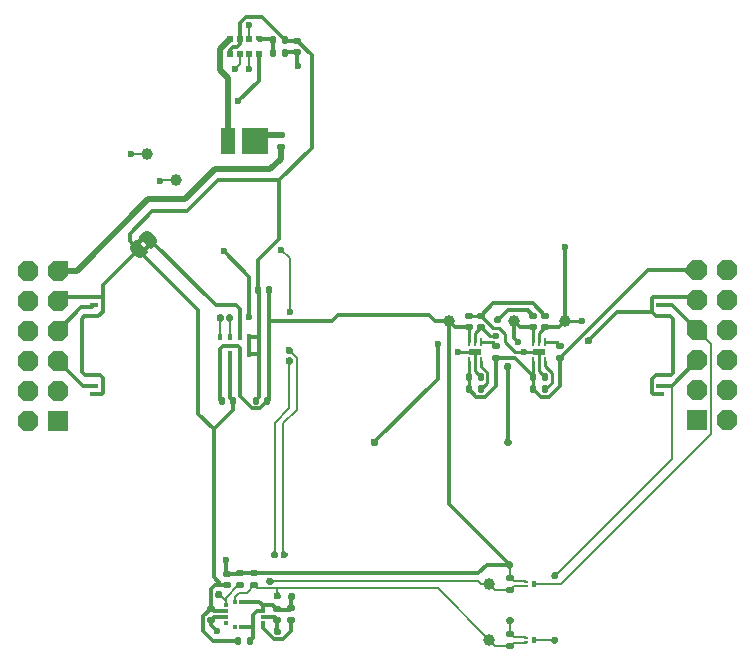
<source format=gbr>
%TF.GenerationSoftware,KiCad,Pcbnew,8.0.5-8.0.5-0~ubuntu24.04.1*%
%TF.CreationDate,2024-09-18T14:46:04+03:00*%
%TF.ProjectId,PMOD1,504d4f44-312e-46b6-9963-61645f706362,rev?*%
%TF.SameCoordinates,Original*%
%TF.FileFunction,Copper,L1,Top*%
%TF.FilePolarity,Positive*%
%FSLAX46Y46*%
G04 Gerber Fmt 4.6, Leading zero omitted, Abs format (unit mm)*
G04 Created by KiCad (PCBNEW 8.0.5-8.0.5-0~ubuntu24.04.1) date 2024-09-18 14:46:04*
%MOMM*%
%LPD*%
G01*
G04 APERTURE LIST*
G04 Aperture macros list*
%AMRoundRect*
0 Rectangle with rounded corners*
0 $1 Rounding radius*
0 $2 $3 $4 $5 $6 $7 $8 $9 X,Y pos of 4 corners*
0 Add a 4 corners polygon primitive as box body*
4,1,4,$2,$3,$4,$5,$6,$7,$8,$9,$2,$3,0*
0 Add four circle primitives for the rounded corners*
1,1,$1+$1,$2,$3*
1,1,$1+$1,$4,$5*
1,1,$1+$1,$6,$7*
1,1,$1+$1,$8,$9*
0 Add four rect primitives between the rounded corners*
20,1,$1+$1,$2,$3,$4,$5,0*
20,1,$1+$1,$4,$5,$6,$7,0*
20,1,$1+$1,$6,$7,$8,$9,0*
20,1,$1+$1,$8,$9,$2,$3,0*%
%AMOutline5P*
0 Free polygon, 5 corners , with rotation*
0 The origin of the aperture is its center*
0 number of corners: always 5*
0 $1 to $10 corner X, Y*
0 $11 Rotation angle, in degrees counterclockwise*
0 create outline with 5 corners*
4,1,5,$1,$2,$3,$4,$5,$6,$7,$8,$9,$10,$1,$2,$11*%
%AMOutline6P*
0 Free polygon, 6 corners , with rotation*
0 The origin of the aperture is its center*
0 number of corners: always 6*
0 $1 to $12 corner X, Y*
0 $13 Rotation angle, in degrees counterclockwise*
0 create outline with 6 corners*
4,1,6,$1,$2,$3,$4,$5,$6,$7,$8,$9,$10,$11,$12,$1,$2,$13*%
%AMOutline7P*
0 Free polygon, 7 corners , with rotation*
0 The origin of the aperture is its center*
0 number of corners: always 7*
0 $1 to $14 corner X, Y*
0 $15 Rotation angle, in degrees counterclockwise*
0 create outline with 7 corners*
4,1,7,$1,$2,$3,$4,$5,$6,$7,$8,$9,$10,$11,$12,$13,$14,$1,$2,$15*%
%AMOutline8P*
0 Free polygon, 8 corners , with rotation*
0 The origin of the aperture is its center*
0 number of corners: always 8*
0 $1 to $16 corner X, Y*
0 $17 Rotation angle, in degrees counterclockwise*
0 create outline with 8 corners*
4,1,8,$1,$2,$3,$4,$5,$6,$7,$8,$9,$10,$11,$12,$13,$14,$15,$16,$1,$2,$17*%
%AMFreePoly0*
4,1,14,0.291036,0.247536,0.292500,0.244000,0.292500,0.006000,0.291036,0.002464,0.041036,-0.247536,0.037500,-0.249000,-0.287500,-0.249000,-0.291036,-0.247536,-0.292500,-0.244000,-0.292500,0.244000,-0.291036,0.247536,-0.287500,0.249000,0.287500,0.249000,0.291036,0.247536,0.291036,0.247536,$1*%
%AMFreePoly1*
4,1,13,0.835355,0.835355,0.850000,0.800000,0.850000,-0.800000,0.835355,-0.835355,0.800000,-0.850000,-0.800000,-0.850000,-0.835355,-0.835355,-0.850000,-0.800000,-0.850000,0.800000,-0.835355,0.835355,-0.800000,0.850000,0.800000,0.850000,0.835355,0.835355,0.835355,0.835355,$1*%
%AMFreePoly2*
4,1,17,0.366726,0.835355,0.835355,0.366726,0.850000,0.331371,0.850000,-0.331371,0.835355,-0.366726,0.366726,-0.835355,0.331371,-0.850000,-0.331371,-0.850000,-0.366726,-0.835355,-0.835355,-0.366726,-0.850000,-0.331371,-0.850000,0.331371,-0.835355,0.366726,-0.366726,0.835355,-0.331371,0.850000,0.331371,0.850000,0.366726,0.835355,0.366726,0.835355,$1*%
%AMFreePoly3*
4,1,19,0.499999,-0.750000,0.000000,-0.750000,0.000000,-0.744912,-0.071157,-0.744911,-0.207708,-0.704816,-0.327430,-0.627875,-0.420627,-0.520320,-0.479746,-0.390866,-0.500000,-0.250000,-0.500000,0.250000,-0.479746,0.390866,-0.420627,0.520320,-0.327430,0.627875,-0.207708,0.704816,-0.071157,0.744911,0.000000,0.744912,0.000000,0.750000,0.499999,0.750000,0.499999,-0.750000,0.499999,-0.750000,
$1*%
%AMFreePoly4*
4,1,19,0.000000,0.744912,0.071157,0.744911,0.207708,0.704816,0.327430,0.627875,0.420627,0.520320,0.479746,0.390866,0.500000,0.250000,0.500000,-0.250000,0.479746,-0.390866,0.420627,-0.520320,0.327430,-0.627875,0.207708,-0.704816,0.071157,-0.744911,0.000000,-0.744912,0.000000,-0.750000,-0.499999,-0.750000,-0.499999,0.750000,0.000000,0.750000,0.000000,0.744912,0.000000,0.744912,
$1*%
G04 Aperture macros list end*
%TA.AperFunction,EtchedComponent*%
%ADD10C,0.000000*%
%TD*%
%TA.AperFunction,SMDPad,CuDef*%
%ADD11R,0.350000X0.220000*%
%TD*%
%TA.AperFunction,SMDPad,CuDef*%
%ADD12R,0.350000X0.600000*%
%TD*%
%TA.AperFunction,SMDPad,CuDef*%
%ADD13R,0.250000X0.750000*%
%TD*%
%TA.AperFunction,SMDPad,CuDef*%
%ADD14R,1.050000X0.500000*%
%TD*%
%TA.AperFunction,SMDPad,CuDef*%
%ADD15R,0.350000X0.500000*%
%TD*%
%TA.AperFunction,SMDPad,CuDef*%
%ADD16R,0.700000X0.400000*%
%TD*%
%TA.AperFunction,SMDPad,CuDef*%
%ADD17FreePoly0,270.000000*%
%TD*%
%TA.AperFunction,SMDPad,CuDef*%
%ADD18R,0.488000X0.575000*%
%TD*%
%TA.AperFunction,SMDPad,CuDef*%
%ADD19RoundRect,0.135000X0.185000X-0.135000X0.185000X0.135000X-0.185000X0.135000X-0.185000X-0.135000X0*%
%TD*%
%TA.AperFunction,SMDPad,CuDef*%
%ADD20C,1.000000*%
%TD*%
%TA.AperFunction,SMDPad,CuDef*%
%ADD21RoundRect,0.140000X-0.140000X-0.170000X0.140000X-0.170000X0.140000X0.170000X-0.140000X0.170000X0*%
%TD*%
%TA.AperFunction,SMDPad,CuDef*%
%ADD22Outline5P,-0.150000X0.015000X-0.015000X0.150000X0.150000X0.150000X0.150000X-0.150000X-0.150000X-0.150000X90.000000*%
%TD*%
%TA.AperFunction,SMDPad,CuDef*%
%ADD23R,0.300000X0.300000*%
%TD*%
%TA.AperFunction,SMDPad,CuDef*%
%ADD24RoundRect,0.135000X0.135000X0.185000X-0.135000X0.185000X-0.135000X-0.185000X0.135000X-0.185000X0*%
%TD*%
%TA.AperFunction,SMDPad,CuDef*%
%ADD25RoundRect,0.140000X0.140000X0.170000X-0.140000X0.170000X-0.140000X-0.170000X0.140000X-0.170000X0*%
%TD*%
%TA.AperFunction,ComponentPad*%
%ADD26FreePoly1,180.000000*%
%TD*%
%TA.AperFunction,ComponentPad*%
%ADD27FreePoly2,180.000000*%
%TD*%
%TA.AperFunction,SMDPad,CuDef*%
%ADD28RoundRect,0.135000X-0.185000X0.135000X-0.185000X-0.135000X0.185000X-0.135000X0.185000X0.135000X0*%
%TD*%
%TA.AperFunction,SMDPad,CuDef*%
%ADD29RoundRect,0.140000X0.170000X-0.140000X0.170000X0.140000X-0.170000X0.140000X-0.170000X-0.140000X0*%
%TD*%
%TA.AperFunction,SMDPad,CuDef*%
%ADD30R,2.200000X2.200000*%
%TD*%
%TA.AperFunction,SMDPad,CuDef*%
%ADD31R,1.250000X2.200000*%
%TD*%
%TA.AperFunction,SMDPad,CuDef*%
%ADD32FreePoly3,225.000000*%
%TD*%
%TA.AperFunction,SMDPad,CuDef*%
%ADD33FreePoly4,225.000000*%
%TD*%
%TA.AperFunction,ComponentPad*%
%ADD34FreePoly1,0.000000*%
%TD*%
%TA.AperFunction,ComponentPad*%
%ADD35FreePoly2,0.000000*%
%TD*%
%TA.AperFunction,SMDPad,CuDef*%
%ADD36RoundRect,0.135000X-0.135000X-0.185000X0.135000X-0.185000X0.135000X0.185000X-0.135000X0.185000X0*%
%TD*%
%TA.AperFunction,ViaPad*%
%ADD37C,0.600000*%
%TD*%
%TA.AperFunction,Conductor*%
%ADD38C,0.500000*%
%TD*%
%TA.AperFunction,Conductor*%
%ADD39C,0.300000*%
%TD*%
%TA.AperFunction,Conductor*%
%ADD40C,0.250000*%
%TD*%
%TA.AperFunction,Conductor*%
%ADD41C,0.200000*%
%TD*%
G04 APERTURE END LIST*
D10*
%TA.AperFunction,EtchedComponent*%
%TO.C,JP1*%
G36*
X122535355Y-94196802D02*
G01*
X122181802Y-94550355D01*
X121898959Y-94267513D01*
X122252513Y-93913959D01*
X122535355Y-94196802D01*
G37*
%TD.AperFunction*%
%TA.AperFunction,EtchedComponent*%
G36*
X123101041Y-94762487D02*
G01*
X122747487Y-95116041D01*
X122464645Y-94833198D01*
X122818198Y-94479645D01*
X123101041Y-94762487D01*
G37*
%TD.AperFunction*%
%TD*%
D11*
%TO.P,Q5,1*%
%TO.N,+3V3*%
X154872568Y-127830000D03*
%TO.P,Q5,2*%
%TO.N,SCL_3V3*%
X154872568Y-128210000D03*
D12*
%TO.P,Q5,3*%
%TO.N,SCL*%
X155522568Y-128020000D03*
%TD*%
D11*
%TO.P,Q4,1*%
%TO.N,+3V3*%
X154872568Y-123078655D03*
%TO.P,Q4,2*%
%TO.N,SDA_3V3*%
X154872568Y-123458655D03*
D12*
%TO.P,Q4,3*%
%TO.N,SDA*%
X155522568Y-123268655D03*
%TD*%
D13*
%TO.P,IC3,1,VIN*%
%TO.N,VCC*%
X150063651Y-104421638D03*
%TO.P,IC3,2,GND*%
%TO.N,GND*%
X150563651Y-104421638D03*
%TO.P,IC3,3,EN2*%
%TO.N,Net-(IC3-EN2)*%
X151063651Y-104421638D03*
%TO.P,IC3,4,EN1*%
%TO.N,Net-(IC3-EN1)*%
X151063651Y-102821638D03*
%TO.P,IC3,5,VOUT2*%
%TO.N,+1V8*%
X150563651Y-102821638D03*
%TO.P,IC3,6,VOUT1*%
%TO.N,+3V3*%
X150063651Y-102821638D03*
D14*
%TO.P,IC3,7,EP*%
%TO.N,GND*%
X150563651Y-103621638D03*
%TD*%
D13*
%TO.P,IC2,1,VIN*%
%TO.N,VCC*%
X155493647Y-104421638D03*
%TO.P,IC2,2,GND*%
%TO.N,GND*%
X155993647Y-104421638D03*
%TO.P,IC2,3,EN2*%
%TO.N,Net-(IC2-EN2)*%
X156493647Y-104421638D03*
%TO.P,IC2,4,EN1*%
%TO.N,Net-(IC2-EN1)*%
X156493647Y-102821638D03*
%TO.P,IC2,5,VOUT2*%
%TO.N,+1V8*%
X155993647Y-102821638D03*
%TO.P,IC2,6,VOUT1*%
%TO.N,VDDA*%
X155493647Y-102821638D03*
D14*
%TO.P,IC2,7,EP*%
%TO.N,GND*%
X155993647Y-103621638D03*
%TD*%
D15*
%TO.P,IC1,1,VDDC*%
%TO.N,+3V3*%
X133096602Y-102412214D03*
%TO.P,IC1,2,GNDC*%
%TO.N,GND*%
X132276602Y-102412214D03*
%TO.P,IC1,3,GPIO0*%
X131456602Y-102412214D03*
%TO.P,IC1,4,INT*%
%TO.N,Net-(IC1-INT)*%
X130636602Y-102412214D03*
%TO.P,IC1,5,SCL*%
%TO.N,SCL_3V3*%
X129816602Y-102412214D03*
%TO.P,IC1,6,SDA*%
%TO.N,SDA_3V3*%
X128996602Y-102412214D03*
%TO.P,IC1,7,VDD*%
%TO.N,+3V3*%
X128996602Y-103772214D03*
%TO.P,IC1,8,GND*%
%TO.N,GND*%
X129816602Y-103772214D03*
%TO.P,IC1,9,EN*%
%TO.N,+3V3*%
X130636602Y-103772214D03*
%TO.P,IC1,10,GPIO1*%
%TO.N,GND*%
X131456602Y-103772214D03*
%TO.P,IC1,11,GNDV*%
X132276602Y-103772214D03*
%TO.P,IC1,12,VDDV*%
%TO.N,+3V3*%
X133096602Y-103772214D03*
%TD*%
D16*
%TO.P,D4,1*%
%TO.N,SCL*%
X166247637Y-106500000D03*
%TO.P,D4,2*%
%TO.N,GND*%
X166247637Y-107200000D03*
%TD*%
%TO.P,D3,1*%
%TO.N,SDA*%
X166247637Y-99690000D03*
%TO.P,D3,2*%
%TO.N,GND*%
X166247637Y-98990000D03*
%TD*%
%TO.P,D2,1*%
%TO.N,SCL*%
X118311810Y-106500000D03*
%TO.P,D2,2*%
%TO.N,GND*%
X118311810Y-107200000D03*
%TD*%
%TO.P,D1,1*%
%TO.N,SDA*%
X118311810Y-99690000D03*
%TO.P,D1,2*%
%TO.N,GND*%
X118311810Y-98990000D03*
%TD*%
D17*
%TO.P,A1,1,VDD*%
%TO.N,Net-(A1-VDD)*%
X132246602Y-77139000D03*
D18*
%TO.P,A1,2,SCL*%
%TO.N,SCL_3V3*%
X131446602Y-77139000D03*
%TO.P,A1,3,GND*%
%TO.N,GND*%
X130646602Y-77139000D03*
%TO.P,A1,4,LDR*%
%TO.N,Net-(A1-LDR)*%
X129846602Y-77139000D03*
%TO.P,A1,8,SDA*%
%TO.N,SDA_3V3*%
X132246602Y-78415000D03*
%TO.P,A1,7,INT*%
%TO.N,Net-(A1-INT)*%
X131446602Y-78415000D03*
%TO.P,A1,6,GPIO*%
%TO.N,Net-(A1-GPIO)*%
X130646602Y-78415000D03*
%TO.P,A1,5,PGND*%
%TO.N,GND*%
X129846602Y-78415000D03*
%TD*%
D19*
%TO.P,Rext1,1*%
%TO.N,Net-(U1-REXT)*%
X135020000Y-126340000D03*
%TO.P,Rext1,2*%
%TO.N,GNDA*%
X135020000Y-125320000D03*
%TD*%
D20*
%TO.P,TP6,1,1*%
%TO.N,SCL_3V3*%
X151772568Y-128020000D03*
%TD*%
%TO.P,TP11,1,1*%
%TO.N,Net-(A1-INT)*%
X125285000Y-89092631D03*
%TD*%
%TO.P,TP1,1,1*%
%TO.N,Net-(A1-GPIO)*%
X122835000Y-86900000D03*
%TD*%
D21*
%TO.P,C1,1*%
%TO.N,Net-(A1-VDD)*%
X133495000Y-77234500D03*
%TO.P,C1,2*%
%TO.N,GND*%
X134455000Y-77234500D03*
%TD*%
D22*
%TO.P,U1,1,VSSA*%
%TO.N,GNDA*%
X132596703Y-125095750D03*
D23*
%TO.P,U1,2,VSSA*%
X132596703Y-125595750D03*
%TO.P,U1,3,VDDA*%
%TO.N,VDDA*%
X132596703Y-126095750D03*
%TO.P,U1,4,REXT*%
%TO.N,Net-(U1-REXT)*%
X132596703Y-126595750D03*
%TO.P,U1,5,VSSA*%
%TO.N,GNDA*%
X131771703Y-126895750D03*
%TO.P,U1,6,VSSA*%
X131271703Y-126895750D03*
%TO.P,U1,7,A1*%
X130771703Y-126895750D03*
%TO.P,U1,8,SYN*%
%TO.N,unconnected-(U1-SYN-Pad8)*%
X130271703Y-126895750D03*
%TO.P,U1,9,READY*%
%TO.N,unconnected-(U1-READY-Pad9)*%
X129446703Y-126595750D03*
%TO.P,U1,10,VDDD*%
%TO.N,+3V3*%
X129446703Y-126095750D03*
%TO.P,U1,11,VSSD*%
%TO.N,GND*%
X129446703Y-125595750D03*
%TO.P,U1,12,SDA*%
%TO.N,SDA_3V3*%
X129446703Y-125095750D03*
%TO.P,U1,13,SCL*%
%TO.N,SCL_3V3*%
X130271703Y-124795750D03*
%TO.P,U1,14,A0*%
%TO.N,GNDA*%
X130771703Y-124795750D03*
%TO.P,U1,15,VSSA*%
X131271703Y-124795750D03*
%TO.P,U1,16,VSSA*%
X131771703Y-124795750D03*
%TD*%
D24*
%TO.P,R4,1*%
%TO.N,Net-(IC2-EN2)*%
X156503647Y-106800024D03*
%TO.P,R4,2*%
%TO.N,VCC*%
X155483647Y-106800024D03*
%TD*%
D25*
%TO.P,C_VDDV1,1*%
%TO.N,+3V3*%
X132970000Y-107790000D03*
%TO.P,C_VDDV1,2*%
%TO.N,GND*%
X132010000Y-107790000D03*
%TD*%
D19*
%TO.P,R2,1*%
%TO.N,VCC*%
X152350000Y-104120000D03*
%TO.P,R2,2*%
%TO.N,Net-(IC3-EN1)*%
X152350000Y-103100000D03*
%TD*%
D20*
%TO.P,TP8,1,1*%
%TO.N,+3V3*%
X148399651Y-101010024D03*
%TD*%
D26*
%TO.P,PMOD1,1,INT*%
%TO.N,IRQ#*%
X169356000Y-109428998D03*
D27*
%TO.P,PMOD1,2,RST*%
%TO.N,RES#*%
X169356000Y-106888998D03*
%TO.P,PMOD1,3,SCL*%
%TO.N,SCL*%
X169356000Y-104348998D03*
%TO.P,PMOD1,4,SDA*%
%TO.N,SDA*%
X169356000Y-101808998D03*
%TO.P,PMOD1,5,GND*%
%TO.N,GND*%
X169356000Y-99268998D03*
%TO.P,PMOD1,6,VCC*%
%TO.N,VCC*%
X169356000Y-96728998D03*
%TO.P,PMOD1,7,INT*%
%TO.N,INT*%
X171896000Y-109428998D03*
%TO.P,PMOD1,8,RST*%
%TO.N,EN*%
X171896000Y-106888998D03*
%TO.P,PMOD1,9,CS2*%
%TO.N,CS2*%
X171896000Y-104348998D03*
%TO.P,PMOD1,10,CS3*%
%TO.N,CS3*%
X171896000Y-101808998D03*
%TO.P,PMOD1,11,GND*%
%TO.N,GND*%
X171896000Y-99268998D03*
%TO.P,PMOD1,12,VCC*%
%TO.N,VCC*%
X171896000Y-96728998D03*
%TD*%
D19*
%TO.P,R5,1*%
%TO.N,VCC*%
X157769651Y-104131638D03*
%TO.P,R5,2*%
%TO.N,Net-(IC2-EN1)*%
X157769651Y-103111638D03*
%TD*%
D28*
%TO.P,R9,1*%
%TO.N,+3V3*%
X131860000Y-122390000D03*
%TO.P,R9,2*%
%TO.N,SCL_3V3*%
X131860000Y-123410000D03*
%TD*%
D25*
%TO.P,C_VDDC1,1*%
%TO.N,+3V3*%
X133130000Y-98390000D03*
%TO.P,C_VDDC1,2*%
%TO.N,GND*%
X132170000Y-98390000D03*
%TD*%
D29*
%TO.P,C4,1*%
%TO.N,+3V3*%
X128200000Y-126325750D03*
%TO.P,C4,2*%
%TO.N,GND*%
X128200000Y-125365750D03*
%TD*%
%TO.P,C7,1*%
%TO.N,VDDA*%
X155513647Y-101517798D03*
%TO.P,C7,2*%
%TO.N,GNDA*%
X155513647Y-100557798D03*
%TD*%
D30*
%TO.P,D5,1,A*%
%TO.N,Net-(D5-A)*%
X131946602Y-85740000D03*
D31*
%TO.P,D5,2,K*%
%TO.N,Net-(A1-LDR)*%
X129671602Y-85740000D03*
%TD*%
D20*
%TO.P,TP5,1,1*%
%TO.N,SDA_3V3*%
X151772568Y-123268655D03*
%TD*%
D32*
%TO.P,JP1,1,A*%
%TO.N,Net-(IC1-INT)*%
X122959619Y-94055381D03*
D33*
%TO.P,JP1,2,B*%
%TO.N,GND*%
X122040381Y-94974619D03*
%TD*%
D29*
%TO.P,C2,1*%
%TO.N,+1V8*%
X135525000Y-78257000D03*
%TO.P,C2,2*%
%TO.N,GND*%
X135525000Y-77297000D03*
%TD*%
D34*
%TO.P,PMOD2,1,INT*%
%TO.N,IRQ#*%
X115260000Y-109453998D03*
D35*
%TO.P,PMOD2,2,RST*%
%TO.N,RES#*%
X115260000Y-106913998D03*
%TO.P,PMOD2,3,SCL*%
%TO.N,SCL*%
X115260000Y-104373998D03*
%TO.P,PMOD2,4,SDA*%
%TO.N,SDA*%
X115260000Y-101833998D03*
%TO.P,PMOD2,5,GND*%
%TO.N,GND*%
X115260000Y-99293998D03*
%TO.P,PMOD2,6,VCC*%
%TO.N,VCC*%
X115260000Y-96753998D03*
%TO.P,PMOD2,7,INT*%
%TO.N,INT*%
X112720000Y-109453998D03*
%TO.P,PMOD2,8,RST*%
%TO.N,EN*%
X112720000Y-106913998D03*
%TO.P,PMOD2,9,CS2*%
%TO.N,CS2*%
X112720000Y-104373998D03*
%TO.P,PMOD2,10,CS3*%
%TO.N,CS3*%
X112720000Y-101833998D03*
%TO.P,PMOD2,11,GND*%
%TO.N,GND*%
X112720000Y-99293998D03*
%TO.P,PMOD2,12,VCC*%
%TO.N,VCC*%
X112720000Y-96753998D03*
%TD*%
D21*
%TO.P,C6,1*%
%TO.N,VCC*%
X155513647Y-105740024D03*
%TO.P,C6,2*%
%TO.N,GND*%
X156473647Y-105740024D03*
%TD*%
D24*
%TO.P,R7,1*%
%TO.N,+1V8*%
X134485000Y-78309500D03*
%TO.P,R7,2*%
%TO.N,Net-(A1-VDD)*%
X133465000Y-78309500D03*
%TD*%
%TO.P,R1,1*%
%TO.N,Net-(IC3-EN2)*%
X151073651Y-106800024D03*
%TO.P,R1,2*%
%TO.N,VCC*%
X150053651Y-106800024D03*
%TD*%
D25*
%TO.P,C_VDD1,1*%
%TO.N,GND*%
X130070000Y-107790000D03*
%TO.P,C_VDD1,2*%
%TO.N,+3V3*%
X129110000Y-107790000D03*
%TD*%
D29*
%TO.P,C9,1*%
%TO.N,+3V3*%
X150063651Y-101517798D03*
%TO.P,C9,2*%
%TO.N,GND*%
X150063651Y-100557798D03*
%TD*%
D36*
%TO.P,R13,1*%
%TO.N,GND*%
X130511703Y-128120000D03*
%TO.P,R13,2*%
%TO.N,GNDA*%
X131531703Y-128120000D03*
%TD*%
D29*
%TO.P,C3,1*%
%TO.N,GND*%
X129550000Y-123380000D03*
%TO.P,C3,2*%
%TO.N,+3V3*%
X129550000Y-122420000D03*
%TD*%
D28*
%TO.P,R8,1*%
%TO.N,+3V3*%
X130700000Y-122390000D03*
%TO.P,R8,2*%
%TO.N,SDA_3V3*%
X130700000Y-123410000D03*
%TD*%
%TO.P,R3,1*%
%TO.N,+3V3*%
X153542568Y-122758655D03*
%TO.P,R3,2*%
%TO.N,SDA_3V3*%
X153542568Y-123778655D03*
%TD*%
D29*
%TO.P,C5,1*%
%TO.N,+1V8*%
X156529647Y-101517798D03*
%TO.P,C5,2*%
%TO.N,GND*%
X156529647Y-100557798D03*
%TD*%
D20*
%TO.P,TP9,1,1*%
%TO.N,VDDA*%
X153859651Y-101037798D03*
%TD*%
D21*
%TO.P,C8,1*%
%TO.N,VCC*%
X150083651Y-105740024D03*
%TO.P,C8,2*%
%TO.N,GND*%
X151043651Y-105740024D03*
%TD*%
D29*
%TO.P,C10,1*%
%TO.N,VDDA*%
X133820000Y-126320000D03*
%TO.P,C10,2*%
%TO.N,GNDA*%
X133820000Y-125360000D03*
%TD*%
D28*
%TO.P,R14,1*%
%TO.N,+3V3*%
X153540000Y-127510000D03*
%TO.P,R14,2*%
%TO.N,SCL_3V3*%
X153540000Y-128530000D03*
%TD*%
D19*
%TO.P,R6,1*%
%TO.N,VCC*%
X134100000Y-86250000D03*
%TO.P,R6,2*%
%TO.N,Net-(D5-A)*%
X134100000Y-85230000D03*
%TD*%
D20*
%TO.P,TP10,1,1*%
%TO.N,+1V8*%
X158179651Y-101037798D03*
%TD*%
D29*
%TO.P,C11,1*%
%TO.N,+1V8*%
X151080000Y-101517798D03*
%TO.P,C11,2*%
%TO.N,GND*%
X151080000Y-100557798D03*
%TD*%
D37*
%TO.N,SCL*%
X157320000Y-128030000D03*
X157330000Y-122590000D03*
%TO.N,+1V8*%
X158179651Y-94780000D03*
X152370002Y-102280002D03*
X159650000Y-101030000D03*
X135600000Y-79400010D03*
%TO.N,GND*%
X154730000Y-103621638D03*
X160150000Y-102690000D03*
X149149998Y-103621638D03*
%TO.N,GNDA*%
X152500000Y-100920000D03*
X142050000Y-111303998D03*
X147415001Y-102925001D03*
X135030000Y-124340000D03*
%TO.N,VDDA*%
X153340000Y-104840000D03*
X154220000Y-102810000D03*
X153360000Y-111304004D03*
X133830380Y-127300000D03*
%TO.N,SDA_3V3*%
X128855000Y-124165000D03*
X130510000Y-82420000D03*
X129280000Y-95130000D03*
X133200000Y-123040000D03*
X128990254Y-100740247D03*
X133599997Y-120789997D03*
X131460000Y-100720000D03*
X134850000Y-104390000D03*
%TO.N,SCL_3V3*%
X134850000Y-103490000D03*
X134180000Y-95040000D03*
X133810000Y-124290000D03*
X134860000Y-100226500D03*
X134400000Y-120790000D03*
X131467961Y-75947961D03*
X129799989Y-100739721D03*
%TO.N,Net-(A1-GPIO)*%
X130254968Y-79659675D03*
X121450000Y-86890000D03*
%TO.N,+3V3*%
X129510000Y-121230000D03*
X153530000Y-126380000D03*
X128690000Y-127280000D03*
X153510000Y-121660000D03*
%TO.N,Net-(A1-INT)*%
X131450000Y-79680000D03*
X123860000Y-89130000D03*
%TD*%
D38*
%TO.N,VCC*%
X128560000Y-88140000D02*
X133230000Y-88140000D01*
D39*
X156128647Y-107445024D02*
X155483647Y-106800024D01*
D40*
X150063651Y-104421638D02*
X150063651Y-105720024D01*
D39*
X153950000Y-104120000D02*
X152350000Y-104120000D01*
D38*
X116826002Y-96753998D02*
X122880000Y-90700000D01*
X126000000Y-90700000D02*
X128560000Y-88140000D01*
D39*
X156829185Y-107445024D02*
X156128647Y-107445024D01*
X157769651Y-106504558D02*
X156829185Y-107445024D01*
X153950000Y-104120000D02*
X155483647Y-105653647D01*
D38*
X122880000Y-90700000D02*
X126000000Y-90700000D01*
D39*
X152350000Y-106480000D02*
X151407576Y-107422424D01*
X165172291Y-96728998D02*
X169356000Y-96728998D01*
D40*
X150053651Y-106800024D02*
X150053651Y-105770024D01*
D38*
X115260000Y-96753998D02*
X116826002Y-96753998D01*
D39*
X157769651Y-104131638D02*
X165172291Y-96728998D01*
D40*
X155493647Y-104421638D02*
X155493647Y-105720024D01*
X155483647Y-106800024D02*
X155483647Y-105770024D01*
D39*
X151407576Y-107422424D02*
X150676051Y-107422424D01*
X152350000Y-104120000D02*
X152350000Y-106480000D01*
X150676051Y-107422424D02*
X150053651Y-106800024D01*
D38*
X134100000Y-87270000D02*
X134100000Y-86250000D01*
D39*
X157769651Y-104131638D02*
X157769651Y-106504558D01*
D38*
X133230000Y-88140000D02*
X134100000Y-87270000D01*
D41*
%TO.N,SCL*%
X155522568Y-128020000D02*
X157310000Y-128020000D01*
D39*
X118311810Y-106500000D02*
X117386002Y-106500000D01*
X167204998Y-106500000D02*
X169356000Y-104348998D01*
D41*
X167204998Y-112715002D02*
X167204998Y-106500000D01*
X157310000Y-128020000D02*
X157320000Y-128030000D01*
D39*
X117386002Y-106500000D02*
X115260000Y-104373998D01*
D41*
X157330000Y-122590000D02*
X167204998Y-112715002D01*
D39*
X166247637Y-106500000D02*
X167204998Y-106500000D01*
D41*
%TO.N,SDA*%
X155522568Y-123268655D02*
X157816343Y-123268655D01*
X157816343Y-123268655D02*
X170530000Y-110554998D01*
X170530000Y-102982998D02*
X169356000Y-101808998D01*
D39*
X117225000Y-99868998D02*
X115260000Y-101833998D01*
X118311810Y-99690000D02*
X118132812Y-99868998D01*
X118132812Y-99868998D02*
X117225000Y-99868998D01*
X167237002Y-99690000D02*
X169356000Y-101808998D01*
D41*
X170530000Y-110554998D02*
X170530000Y-102982998D01*
D39*
X166247637Y-99690000D02*
X167237002Y-99690000D01*
%TO.N,+1V8*%
X135525000Y-78257000D02*
X134537500Y-78257000D01*
D40*
X159650000Y-101030000D02*
X158187449Y-101030000D01*
X155993647Y-102053798D02*
X156529647Y-101517798D01*
X151080000Y-101517798D02*
X151842204Y-102280002D01*
X158179651Y-94780000D02*
X158179651Y-94780002D01*
D39*
X156529647Y-101517798D02*
X157699651Y-101517798D01*
D40*
X150563651Y-102034147D02*
X151080000Y-101517798D01*
D39*
X135525000Y-79325010D02*
X135600000Y-79400010D01*
X135525000Y-78257000D02*
X135525000Y-79325010D01*
X157699651Y-101517798D02*
X158179651Y-101037798D01*
D40*
X150563651Y-102821638D02*
X150563651Y-102034147D01*
X151842204Y-102280002D02*
X152370002Y-102280002D01*
D39*
X158179651Y-101037798D02*
X158179651Y-94780002D01*
D40*
X155993647Y-102821638D02*
X155993647Y-102053798D01*
%TO.N,GND*%
X155993647Y-105252415D02*
X156473647Y-105732415D01*
D39*
X167330000Y-100860000D02*
X167050000Y-100580000D01*
X132276602Y-102412214D02*
X132276602Y-103772214D01*
X119030000Y-99140000D02*
X119030000Y-97985000D01*
X123250000Y-91710000D02*
X126220000Y-91710000D01*
X122040381Y-94974619D02*
X127125000Y-100059238D01*
X165897637Y-105600000D02*
X167130000Y-105600000D01*
X155501849Y-99530000D02*
X152107798Y-99530000D01*
X128200000Y-123710759D02*
X128200000Y-125365750D01*
X165547637Y-100240000D02*
X165547637Y-99040000D01*
X127570000Y-125995750D02*
X127570000Y-127300000D01*
D40*
X150563651Y-103621638D02*
X149149998Y-103621638D01*
D39*
X121320000Y-94254238D02*
X121320000Y-93640000D01*
X119030000Y-97985000D02*
X122040381Y-94974619D01*
X119030000Y-107131810D02*
X118961810Y-107200000D01*
X129816602Y-103772214D02*
X129816602Y-107536602D01*
X128830000Y-89100000D02*
X133970000Y-89100000D01*
D40*
X150563651Y-105260024D02*
X151043651Y-105740024D01*
D39*
X127570000Y-127300000D02*
X128390000Y-128120000D01*
X167330000Y-105400000D02*
X167330000Y-100860000D01*
X128450000Y-110190000D02*
X130070000Y-108570000D01*
D40*
X153120000Y-102810000D02*
X153931638Y-103621638D01*
X153931638Y-103621638D02*
X155993647Y-103621638D01*
D39*
X128450000Y-110190000D02*
X128450000Y-122730000D01*
X121320000Y-93640000D02*
X123250000Y-91710000D01*
X129846602Y-78415000D02*
X129846602Y-78033398D01*
X129446703Y-125595750D02*
X128430000Y-125595750D01*
X135525000Y-77297000D02*
X136730000Y-78502000D01*
X117460000Y-100600000D02*
X118670000Y-100600000D01*
X129846602Y-78033398D02*
X130100000Y-77780000D01*
X132170000Y-98390000D02*
X132170000Y-95840000D01*
X165547637Y-107150000D02*
X165547637Y-105950000D01*
X165547637Y-99040000D02*
X165597637Y-98990000D01*
X133970000Y-89100000D02*
X136730000Y-86340000D01*
X167130000Y-105600000D02*
X167330000Y-105400000D01*
X132276602Y-103772214D02*
X131456602Y-103772214D01*
X127125000Y-108865000D02*
X128450000Y-110190000D01*
X129550000Y-123380000D02*
X129100000Y-123380000D01*
X135525000Y-77297000D02*
X134517500Y-77297000D01*
D40*
X150563651Y-104421638D02*
X150563651Y-103621638D01*
D39*
X128430000Y-125595750D02*
X128200000Y-125365750D01*
X130070000Y-107790000D02*
X130070000Y-108570000D01*
X130646602Y-77139000D02*
X130646602Y-77533398D01*
X134455000Y-77234500D02*
X132500500Y-75280000D01*
X129100000Y-123380000D02*
X128530759Y-123380000D01*
X118961810Y-107200000D02*
X118311810Y-107200000D01*
X127125000Y-100059238D02*
X127125000Y-108865000D01*
X133970000Y-94040000D02*
X133970000Y-89100000D01*
X165597637Y-98990000D02*
X166247637Y-98990000D01*
X165597637Y-107200000D02*
X165547637Y-107150000D01*
X118670000Y-100600000D02*
X119030000Y-100240000D01*
X162610000Y-100230000D02*
X165537637Y-100230000D01*
X136730000Y-78502000D02*
X136730000Y-86340000D01*
X160150000Y-102690000D02*
X162610000Y-100230000D01*
X118750000Y-98990000D02*
X118311810Y-98990000D01*
X156529647Y-100557798D02*
X155501849Y-99530000D01*
D40*
X150563651Y-104421638D02*
X150563651Y-105260024D01*
D39*
X166247637Y-107200000D02*
X165597637Y-107200000D01*
X118800000Y-105610000D02*
X117510000Y-105610000D01*
X119030000Y-105840000D02*
X118800000Y-105610000D01*
X132276602Y-107423398D02*
X132010000Y-107690000D01*
X131456602Y-102412214D02*
X131456602Y-103772214D01*
D40*
X165537637Y-100230000D02*
X165547637Y-100240000D01*
X152102202Y-101580000D02*
X152610000Y-101580000D01*
D39*
X132170000Y-95840000D02*
X133970000Y-94040000D01*
D40*
X155993647Y-104421638D02*
X155993647Y-105252415D01*
D39*
X128530759Y-123380000D02*
X128200000Y-123710759D01*
X119030000Y-100240000D02*
X119030000Y-99140000D01*
D40*
X153120000Y-102090000D02*
X153120000Y-102810000D01*
D39*
X117250000Y-105350000D02*
X117250000Y-100810000D01*
X132500500Y-75280000D02*
X131180000Y-75280000D01*
D40*
X155993647Y-104421638D02*
X155993647Y-103621638D01*
D39*
X128390000Y-128120000D02*
X130511703Y-128120000D01*
X122040381Y-94974619D02*
X121320000Y-94254238D01*
D40*
X152610000Y-101580000D02*
X153120000Y-102090000D01*
D39*
X152107798Y-99530000D02*
X151080000Y-100557798D01*
X119030000Y-105840000D02*
X119030000Y-107131810D01*
D40*
X150063651Y-100557798D02*
X151080000Y-100557798D01*
D39*
X132276602Y-102412214D02*
X132276602Y-98496602D01*
X165887637Y-100580000D02*
X165547637Y-100240000D01*
X118961810Y-98990000D02*
X118750000Y-98990000D01*
X119030000Y-99058190D02*
X118961810Y-98990000D01*
D40*
X151080000Y-100557798D02*
X152102202Y-101580000D01*
D39*
X129816602Y-107536602D02*
X130070000Y-107790000D01*
X132276602Y-103772214D02*
X132276602Y-107423398D01*
X165547637Y-105950000D02*
X165897637Y-105600000D01*
X131180000Y-75280000D02*
X130646602Y-75813398D01*
X166247637Y-98990000D02*
X169077002Y-98990000D01*
X128200000Y-125365750D02*
X127570000Y-125995750D01*
X115563998Y-98990000D02*
X118311810Y-98990000D01*
X131456602Y-102412214D02*
X132276602Y-102412214D01*
X126220000Y-91710000D02*
X128830000Y-89100000D01*
X117250000Y-100810000D02*
X117460000Y-100600000D01*
X167050000Y-100580000D02*
X165887637Y-100580000D01*
X130646602Y-75813398D02*
X130646602Y-77139000D01*
X128450000Y-122730000D02*
X129100000Y-123380000D01*
X119030000Y-99140000D02*
X119030000Y-99058190D01*
X130400000Y-77780000D02*
X130100000Y-77780000D01*
X130646602Y-77533398D02*
X130400000Y-77780000D01*
X117510000Y-105610000D02*
X117250000Y-105350000D01*
%TO.N,GNDA*%
X132296703Y-124795750D02*
X132596703Y-125095750D01*
X135020000Y-124350000D02*
X135030000Y-124340000D01*
X155513647Y-100557798D02*
X155045849Y-100090000D01*
X142050000Y-111303998D02*
X147410000Y-105943998D01*
X153330000Y-100090000D02*
X152500000Y-100920000D01*
X132596703Y-125595750D02*
X132096703Y-125595750D01*
X131771703Y-124795750D02*
X132296703Y-124795750D01*
X147410000Y-105943998D02*
X147410000Y-102930002D01*
X130771703Y-124795750D02*
X131271703Y-124795750D01*
X135020000Y-125320000D02*
X135020000Y-124350000D01*
X131771703Y-126895750D02*
X131771703Y-127880000D01*
X155045849Y-100090000D02*
X153330000Y-100090000D01*
X133485750Y-125095750D02*
X133750000Y-125360000D01*
X131771703Y-127880000D02*
X131531703Y-128120000D01*
X130771703Y-126895750D02*
X131271703Y-126895750D01*
X135020000Y-125320000D02*
X134882254Y-125457746D01*
X133750000Y-125360000D02*
X133820000Y-125360000D01*
X132096703Y-125595750D02*
X131771703Y-125920750D01*
X131271703Y-124795750D02*
X131771703Y-124795750D01*
X134882254Y-125457746D02*
X133917746Y-125457746D01*
X132596703Y-125095750D02*
X132596703Y-125595750D01*
X131271703Y-126895750D02*
X131771703Y-126895750D01*
X147410000Y-102930002D02*
X147415001Y-102925001D01*
X132596703Y-125095750D02*
X133485750Y-125095750D01*
X131771703Y-125920750D02*
X131771703Y-126895750D01*
%TO.N,VDDA*%
X133820000Y-126320000D02*
X133595750Y-126095750D01*
X153340000Y-104840000D02*
X153360000Y-104860000D01*
X133820000Y-126320000D02*
X133820000Y-127289620D01*
X153859651Y-101037798D02*
X153859651Y-102449651D01*
X133595750Y-126095750D02*
X132596703Y-126095750D01*
X153859651Y-102449651D02*
X154220000Y-102810000D01*
D40*
X155493647Y-102821638D02*
X155493647Y-101537798D01*
D39*
X133820000Y-127289620D02*
X133830380Y-127300000D01*
X155513647Y-101517798D02*
X154339651Y-101517798D01*
X153360000Y-104860000D02*
X153360000Y-111304004D01*
X154339651Y-101517798D02*
X153859651Y-101037798D01*
%TO.N,SDA_3V3*%
X132246602Y-80683398D02*
X132246602Y-78415000D01*
D41*
X151772568Y-123268655D02*
X151065462Y-123268655D01*
X129446703Y-124830000D02*
X129446703Y-125095750D01*
X133599997Y-120789997D02*
X133599997Y-109640003D01*
X151065462Y-123268655D02*
X150836807Y-123040000D01*
X150836807Y-123040000D02*
X133200000Y-123040000D01*
X128996602Y-102412214D02*
X128996602Y-100746595D01*
X129446703Y-124756703D02*
X128855000Y-124165000D01*
X152282568Y-123778655D02*
X151772568Y-123268655D01*
X129446703Y-124486261D02*
X129446703Y-124830000D01*
X129446703Y-124830000D02*
X129446703Y-124756703D01*
X133599997Y-109640003D02*
X134850000Y-108390000D01*
D39*
X128996602Y-100746595D02*
X128990254Y-100740247D01*
X130510000Y-82420000D02*
X132246602Y-80683398D01*
D41*
X153832568Y-123488655D02*
X154872568Y-123488655D01*
D39*
X129280000Y-95130000D02*
X131460000Y-97310000D01*
D41*
X153542568Y-123778655D02*
X153832568Y-123488655D01*
X134850000Y-108390000D02*
X134850000Y-104390000D01*
X153542568Y-123778655D02*
X152282568Y-123778655D01*
X130522964Y-123410000D02*
X129446703Y-124486261D01*
D39*
X131460000Y-97310000D02*
X131460000Y-100720000D01*
D41*
%TO.N,SCL_3V3*%
X153540000Y-128530000D02*
X153830000Y-128240000D01*
X131860000Y-123410000D02*
X131230000Y-124040000D01*
X133810000Y-123640000D02*
X133810000Y-124290000D01*
X135500000Y-108540000D02*
X135500000Y-104140000D01*
X134400000Y-120790000D02*
X134350000Y-120740000D01*
X135500000Y-104140000D02*
X134850000Y-103490000D01*
X130271703Y-124368367D02*
X130271703Y-124795750D01*
X153540000Y-128530000D02*
X152282568Y-128530000D01*
X134350000Y-109690000D02*
X135500000Y-108540000D01*
X153830000Y-128240000D02*
X154872568Y-128240000D01*
X131230000Y-124040000D02*
X130600070Y-124040000D01*
X134860000Y-100226500D02*
X134860000Y-95720000D01*
X134350000Y-120740000D02*
X134350000Y-109690000D01*
X133810000Y-123640000D02*
X132090000Y-123640000D01*
X134860000Y-95720000D02*
X134180000Y-95040000D01*
X131450000Y-77135602D02*
X131450000Y-75965922D01*
X147392568Y-123640000D02*
X133810000Y-123640000D01*
X132090000Y-123640000D02*
X131860000Y-123410000D01*
X130600070Y-124040000D02*
X130271703Y-124368367D01*
D39*
X129816602Y-100756334D02*
X129799989Y-100739721D01*
D41*
X151772568Y-128020000D02*
X147392568Y-123640000D01*
X152282568Y-128530000D02*
X151772568Y-128020000D01*
X129816602Y-102412214D02*
X129816602Y-100756334D01*
X131450000Y-75965922D02*
X131467961Y-75947961D01*
D39*
%TO.N,Net-(A1-VDD)*%
X132246602Y-77139000D02*
X133399500Y-77139000D01*
X133465000Y-78309500D02*
X133465000Y-77264500D01*
D38*
%TO.N,Net-(A1-LDR)*%
X129671602Y-80481602D02*
X129671602Y-85740000D01*
X128960000Y-79770000D02*
X129671602Y-80481602D01*
X129846602Y-77139000D02*
X128960000Y-78025602D01*
X128960000Y-78025602D02*
X128960000Y-79770000D01*
D39*
%TO.N,Net-(U1-REXT)*%
X133541521Y-127950000D02*
X134300000Y-127950000D01*
X132596703Y-126595750D02*
X132596703Y-127005182D01*
X134300000Y-127950000D02*
X135010000Y-127240000D01*
X132596703Y-127005182D02*
X133541521Y-127950000D01*
X135010000Y-127240000D02*
X135010000Y-126350000D01*
D41*
%TO.N,Net-(A1-GPIO)*%
X122835000Y-86900000D02*
X121460000Y-86900000D01*
X130646602Y-78415000D02*
X130646602Y-79268041D01*
X130646602Y-79268041D02*
X130254968Y-79659675D01*
X121460000Y-86900000D02*
X121450000Y-86890000D01*
D39*
%TO.N,+3V3*%
X132357600Y-108402400D02*
X132970000Y-107790000D01*
X130475612Y-103172214D02*
X129197786Y-103172214D01*
D41*
X153542568Y-122758655D02*
X153832568Y-123048655D01*
D40*
X150063651Y-102821638D02*
X150063651Y-101517798D01*
D39*
X146690000Y-100520000D02*
X138980000Y-100520000D01*
X128996602Y-103373398D02*
X128996602Y-103772214D01*
D41*
X153540000Y-127510000D02*
X153540000Y-126390000D01*
D39*
X129197786Y-103172214D02*
X128996602Y-103373398D01*
X130700000Y-122390000D02*
X131860000Y-122390000D01*
X130636602Y-103772214D02*
X130636602Y-103333204D01*
X128200000Y-126325750D02*
X128200000Y-126790000D01*
D41*
X153542568Y-121692568D02*
X153510000Y-121660000D01*
D39*
X153510000Y-121660000D02*
X148360000Y-116510000D01*
X133096602Y-102412214D02*
X133096602Y-98423398D01*
X148399651Y-101010024D02*
X147180024Y-101010024D01*
X128430000Y-126095750D02*
X128200000Y-126325750D01*
X138980000Y-100520000D02*
X138450000Y-101050000D01*
D41*
X153830000Y-127800000D02*
X154872568Y-127800000D01*
D39*
X130636602Y-107376602D02*
X131662400Y-108402400D01*
X138450000Y-101050000D02*
X133326896Y-101050000D01*
X129446703Y-126095750D02*
X128996703Y-126095750D01*
X147180024Y-101010024D02*
X146690000Y-100520000D01*
X130636602Y-103772214D02*
X130636602Y-107376602D01*
X148360000Y-116510000D02*
X148360000Y-101049675D01*
X128200000Y-126790000D02*
X128690000Y-127280000D01*
X150810000Y-122390000D02*
X151540000Y-121660000D01*
X133096602Y-103772214D02*
X133096602Y-107663398D01*
X131662400Y-108402400D02*
X132357600Y-108402400D01*
D41*
X153540000Y-127510000D02*
X153830000Y-127800000D01*
X153832568Y-123048655D02*
X154872568Y-123048655D01*
D39*
X148907425Y-101517798D02*
X150063651Y-101517798D01*
D41*
X153540000Y-126390000D02*
X153530000Y-126380000D01*
D39*
X129510000Y-121230000D02*
X129510000Y-122380000D01*
X151540000Y-121660000D02*
X153510000Y-121660000D01*
X129446703Y-126095750D02*
X128430000Y-126095750D01*
X129550000Y-122420000D02*
X130670000Y-122420000D01*
X148399651Y-101010024D02*
X148907425Y-101517798D01*
X133096602Y-102412214D02*
X133096602Y-103772214D01*
X128996602Y-107676602D02*
X128996602Y-103772214D01*
X130636602Y-103333204D02*
X130475612Y-103172214D01*
X131860000Y-122390000D02*
X150810000Y-122390000D01*
D41*
X153542568Y-122758655D02*
X153542568Y-121692568D01*
D40*
%TO.N,Net-(IC2-EN2)*%
X156493647Y-104421638D02*
X156493647Y-104792415D01*
X157078647Y-106225024D02*
X156503647Y-106800024D01*
X157078647Y-105377415D02*
X157078647Y-106225024D01*
X156493647Y-104792415D02*
X157078647Y-105377415D01*
%TO.N,Net-(IC2-EN1)*%
X157479651Y-102821638D02*
X157769651Y-103111638D01*
X156493647Y-102821638D02*
X157479651Y-102821638D01*
D38*
%TO.N,Net-(D5-A)*%
X132456602Y-85230000D02*
X134100000Y-85230000D01*
D41*
%TO.N,Net-(A1-INT)*%
X123897369Y-89092631D02*
X123860000Y-89130000D01*
X125285000Y-89092631D02*
X123897369Y-89092631D01*
X131446602Y-78415000D02*
X131446602Y-79676602D01*
X131446602Y-79676602D02*
X131450000Y-79680000D01*
D39*
%TO.N,Net-(IC1-INT)*%
X130636602Y-102412214D02*
X130636602Y-100003398D01*
X130636602Y-100003398D02*
X130323204Y-99690000D01*
X130323204Y-99690000D02*
X128594238Y-99690000D01*
X128594238Y-99690000D02*
X122959619Y-94055381D01*
D40*
%TO.N,Net-(IC3-EN2)*%
X151601051Y-106272624D02*
X151073651Y-106800024D01*
X151063651Y-104421638D02*
X151063651Y-104859731D01*
X151601051Y-105397131D02*
X151601051Y-106272624D01*
X151063651Y-104859731D02*
X151601051Y-105397131D01*
%TO.N,Net-(IC3-EN1)*%
X152071638Y-102821638D02*
X152350000Y-103100000D01*
X151063651Y-102821638D02*
X152071638Y-102821638D01*
%TD*%
%TA.AperFunction,Conductor*%
%TO.N,SDA_3V3*%
G36*
X133634645Y-120400380D02*
G01*
X133885645Y-120651380D01*
X133899997Y-120686028D01*
X133899997Y-120893966D01*
X133885645Y-120928614D01*
X133738614Y-121075645D01*
X133703966Y-121089997D01*
X133496028Y-121089997D01*
X133461380Y-121075645D01*
X133314349Y-120928614D01*
X133299997Y-120893966D01*
X133299997Y-120686028D01*
X133314349Y-120651380D01*
X133565349Y-120400380D01*
X133599997Y-120386028D01*
X133634645Y-120400380D01*
G37*
%TD.AperFunction*%
%TD*%
%TA.AperFunction,Conductor*%
%TO.N,SDA_3V3*%
G36*
X133634645Y-120400380D02*
G01*
X133885645Y-120651380D01*
X133899997Y-120686028D01*
X133899997Y-120893966D01*
X133885645Y-120928614D01*
X133738614Y-121075645D01*
X133703966Y-121089997D01*
X133496028Y-121089997D01*
X133461380Y-121075645D01*
X133314349Y-120928614D01*
X133299997Y-120893966D01*
X133299997Y-120686028D01*
X133314349Y-120651380D01*
X133565349Y-120400380D01*
X133599997Y-120386028D01*
X133634645Y-120400380D01*
G37*
%TD.AperFunction*%
%TD*%
%TA.AperFunction,Conductor*%
%TO.N,+3V3*%
G36*
X153668617Y-126094352D02*
G01*
X153815648Y-126241383D01*
X153830000Y-126276031D01*
X153830000Y-126483969D01*
X153815648Y-126518617D01*
X153564648Y-126769617D01*
X153530000Y-126783969D01*
X153495352Y-126769617D01*
X153244352Y-126518617D01*
X153230000Y-126483969D01*
X153230000Y-126276031D01*
X153244352Y-126241383D01*
X153391383Y-126094352D01*
X153426031Y-126080000D01*
X153633969Y-126080000D01*
X153668617Y-126094352D01*
G37*
%TD.AperFunction*%
%TD*%
%TA.AperFunction,Conductor*%
%TO.N,SCL_3V3*%
G36*
X129938606Y-100454073D02*
G01*
X130085637Y-100601104D01*
X130099989Y-100635752D01*
X130099989Y-100843690D01*
X130085637Y-100878338D01*
X129834637Y-101129338D01*
X129799989Y-101143690D01*
X129765341Y-101129338D01*
X129514341Y-100878338D01*
X129499989Y-100843690D01*
X129499989Y-100635752D01*
X129514341Y-100601104D01*
X129661372Y-100454073D01*
X129696020Y-100439721D01*
X129903958Y-100439721D01*
X129938606Y-100454073D01*
G37*
%TD.AperFunction*%
%TD*%
%TA.AperFunction,Conductor*%
%TO.N,SDA_3V3*%
G36*
X133338617Y-122754352D02*
G01*
X133589617Y-123005352D01*
X133603969Y-123040000D01*
X133589617Y-123074648D01*
X133338617Y-123325648D01*
X133303969Y-123340000D01*
X133096031Y-123340000D01*
X133061383Y-123325648D01*
X132914352Y-123178617D01*
X132900000Y-123143969D01*
X132900000Y-122936031D01*
X132914352Y-122901383D01*
X133061383Y-122754352D01*
X133096031Y-122740000D01*
X133303969Y-122740000D01*
X133338617Y-122754352D01*
G37*
%TD.AperFunction*%
%TD*%
%TA.AperFunction,Conductor*%
%TO.N,SDA_3V3*%
G36*
X129128871Y-100454599D02*
G01*
X129275902Y-100601630D01*
X129290254Y-100636278D01*
X129290254Y-100844216D01*
X129275902Y-100878864D01*
X129024902Y-101129864D01*
X128990254Y-101144216D01*
X128955606Y-101129864D01*
X128704606Y-100878864D01*
X128690254Y-100844216D01*
X128690254Y-100636278D01*
X128704606Y-100601630D01*
X128851637Y-100454599D01*
X128886285Y-100440247D01*
X129094223Y-100440247D01*
X129128871Y-100454599D01*
G37*
%TD.AperFunction*%
%TD*%
%TA.AperFunction,Conductor*%
%TO.N,SDA_3V3*%
G36*
X133634645Y-120400380D02*
G01*
X133885645Y-120651380D01*
X133899997Y-120686028D01*
X133899997Y-120893966D01*
X133885645Y-120928614D01*
X133738614Y-121075645D01*
X133703966Y-121089997D01*
X133496028Y-121089997D01*
X133461380Y-121075645D01*
X133314349Y-120928614D01*
X133299997Y-120893966D01*
X133299997Y-120686028D01*
X133314349Y-120651380D01*
X133565349Y-120400380D01*
X133599997Y-120386028D01*
X133634645Y-120400380D01*
G37*
%TD.AperFunction*%
%TD*%
%TA.AperFunction,Conductor*%
%TO.N,SDA_3V3*%
G36*
X133634645Y-120400380D02*
G01*
X133885645Y-120651380D01*
X133899997Y-120686028D01*
X133899997Y-120893966D01*
X133885645Y-120928614D01*
X133738614Y-121075645D01*
X133703966Y-121089997D01*
X133496028Y-121089997D01*
X133461380Y-121075645D01*
X133314349Y-120928614D01*
X133299997Y-120893966D01*
X133299997Y-120686028D01*
X133314349Y-120651380D01*
X133565349Y-120400380D01*
X133599997Y-120386028D01*
X133634645Y-120400380D01*
G37*
%TD.AperFunction*%
%TD*%
%TA.AperFunction,Conductor*%
%TO.N,VCC*%
G36*
X116095648Y-95918350D02*
G01*
X116110000Y-95952998D01*
X116110000Y-97085784D01*
X116095648Y-97120432D01*
X115626434Y-97589646D01*
X115591786Y-97603998D01*
X114928214Y-97603998D01*
X114893566Y-97589646D01*
X114424352Y-97120432D01*
X114410000Y-97085784D01*
X114410000Y-96422212D01*
X114424352Y-96387564D01*
X114893566Y-95918350D01*
X114928214Y-95903998D01*
X116061000Y-95903998D01*
X116095648Y-95918350D01*
G37*
%TD.AperFunction*%
%TD*%
%TA.AperFunction,Conductor*%
%TO.N,SDA_3V3*%
G36*
X128993617Y-123879352D02*
G01*
X129140648Y-124026383D01*
X129155000Y-124061031D01*
X129155000Y-124416000D01*
X129140648Y-124450648D01*
X129106000Y-124465000D01*
X128751031Y-124465000D01*
X128716383Y-124450648D01*
X128569352Y-124303617D01*
X128555000Y-124268969D01*
X128555000Y-124061031D01*
X128569352Y-124026383D01*
X128716383Y-123879352D01*
X128751031Y-123865000D01*
X128958969Y-123865000D01*
X128993617Y-123879352D01*
G37*
%TD.AperFunction*%
%TD*%
%TA.AperFunction,Conductor*%
%TO.N,GND*%
G36*
X116095648Y-98458350D02*
G01*
X116110000Y-98492998D01*
X116110000Y-99625784D01*
X116095648Y-99660432D01*
X115626434Y-100129646D01*
X115591786Y-100143998D01*
X114928214Y-100143998D01*
X114893566Y-100129646D01*
X114424352Y-99660432D01*
X114410000Y-99625784D01*
X114410000Y-98962212D01*
X114424352Y-98927564D01*
X114893566Y-98458350D01*
X114928214Y-98443998D01*
X116061000Y-98443998D01*
X116095648Y-98458350D01*
G37*
%TD.AperFunction*%
%TD*%
%TA.AperFunction,Conductor*%
%TO.N,GNDA*%
G36*
X135168617Y-124054352D02*
G01*
X135315648Y-124201383D01*
X135330000Y-124236031D01*
X135330000Y-124443969D01*
X135315648Y-124478617D01*
X135064648Y-124729617D01*
X135030000Y-124743969D01*
X134995352Y-124729617D01*
X134744352Y-124478617D01*
X134730000Y-124443969D01*
X134730000Y-124236031D01*
X134744352Y-124201383D01*
X134891383Y-124054352D01*
X134926031Y-124040000D01*
X135133969Y-124040000D01*
X135168617Y-124054352D01*
G37*
%TD.AperFunction*%
%TD*%
%TA.AperFunction,Conductor*%
%TO.N,SCL_3V3*%
G36*
X134988617Y-103204352D02*
G01*
X135135648Y-103351383D01*
X135150000Y-103386031D01*
X135150000Y-103741000D01*
X135135648Y-103775648D01*
X135101000Y-103790000D01*
X134746031Y-103790000D01*
X134711383Y-103775648D01*
X134564352Y-103628617D01*
X134550000Y-103593969D01*
X134550000Y-103386031D01*
X134564352Y-103351383D01*
X134711383Y-103204352D01*
X134746031Y-103190000D01*
X134953969Y-103190000D01*
X134988617Y-103204352D01*
G37*
%TD.AperFunction*%
%TD*%
%TA.AperFunction,Conductor*%
%TO.N,GND*%
G36*
X160435648Y-102404352D02*
G01*
X160450000Y-102439000D01*
X160450000Y-102793969D01*
X160435648Y-102828617D01*
X160288617Y-102975648D01*
X160253969Y-102990000D01*
X160046031Y-102990000D01*
X160011383Y-102975648D01*
X159864352Y-102828617D01*
X159850000Y-102793969D01*
X159850000Y-102586031D01*
X159864352Y-102551383D01*
X160011383Y-102404352D01*
X160046031Y-102390000D01*
X160401000Y-102390000D01*
X160435648Y-102404352D01*
G37*
%TD.AperFunction*%
%TD*%
%TA.AperFunction,Conductor*%
%TO.N,SCL_3V3*%
G36*
X133844648Y-123900383D02*
G01*
X134095648Y-124151383D01*
X134110000Y-124186031D01*
X134110000Y-124393969D01*
X134095648Y-124428617D01*
X133948617Y-124575648D01*
X133913969Y-124590000D01*
X133706031Y-124590000D01*
X133671383Y-124575648D01*
X133524352Y-124428617D01*
X133510000Y-124393969D01*
X133510000Y-124186031D01*
X133524352Y-124151383D01*
X133775352Y-123900383D01*
X133810000Y-123886031D01*
X133844648Y-123900383D01*
G37*
%TD.AperFunction*%
%TD*%
%TA.AperFunction,Conductor*%
%TO.N,+3V3*%
G36*
X153668617Y-126094352D02*
G01*
X153815648Y-126241383D01*
X153830000Y-126276031D01*
X153830000Y-126483969D01*
X153815648Y-126518617D01*
X153564648Y-126769617D01*
X153530000Y-126783969D01*
X153495352Y-126769617D01*
X153244352Y-126518617D01*
X153230000Y-126483969D01*
X153230000Y-126276031D01*
X153244352Y-126241383D01*
X153391383Y-126094352D01*
X153426031Y-126080000D01*
X153633969Y-126080000D01*
X153668617Y-126094352D01*
G37*
%TD.AperFunction*%
%TD*%
%TA.AperFunction,Conductor*%
%TO.N,GNDA*%
G36*
X135168617Y-124054352D02*
G01*
X135315648Y-124201383D01*
X135330000Y-124236031D01*
X135330000Y-124443969D01*
X135315648Y-124478617D01*
X135064648Y-124729617D01*
X135030000Y-124743969D01*
X134995352Y-124729617D01*
X134744352Y-124478617D01*
X134730000Y-124443969D01*
X134730000Y-124236031D01*
X134744352Y-124201383D01*
X134891383Y-124054352D01*
X134926031Y-124040000D01*
X135133969Y-124040000D01*
X135168617Y-124054352D01*
G37*
%TD.AperFunction*%
%TD*%
%TA.AperFunction,Conductor*%
%TO.N,SDA_3V3*%
G36*
X133338617Y-122754352D02*
G01*
X133589617Y-123005352D01*
X133603969Y-123040000D01*
X133589617Y-123074648D01*
X133338617Y-123325648D01*
X133303969Y-123340000D01*
X133096031Y-123340000D01*
X133061383Y-123325648D01*
X132914352Y-123178617D01*
X132900000Y-123143969D01*
X132900000Y-122936031D01*
X132914352Y-122901383D01*
X133061383Y-122754352D01*
X133096031Y-122740000D01*
X133303969Y-122740000D01*
X133338617Y-122754352D01*
G37*
%TD.AperFunction*%
%TD*%
%TA.AperFunction,Conductor*%
%TO.N,SDA_3V3*%
G36*
X129128871Y-100454599D02*
G01*
X129275902Y-100601630D01*
X129290254Y-100636278D01*
X129290254Y-100844216D01*
X129275902Y-100878864D01*
X129024902Y-101129864D01*
X128990254Y-101144216D01*
X128955606Y-101129864D01*
X128704606Y-100878864D01*
X128690254Y-100844216D01*
X128690254Y-100636278D01*
X128704606Y-100601630D01*
X128851637Y-100454599D01*
X128886285Y-100440247D01*
X129094223Y-100440247D01*
X129128871Y-100454599D01*
G37*
%TD.AperFunction*%
%TD*%
%TA.AperFunction,Conductor*%
%TO.N,SDA_3V3*%
G36*
X133338617Y-122754352D02*
G01*
X133589617Y-123005352D01*
X133603969Y-123040000D01*
X133589617Y-123074648D01*
X133338617Y-123325648D01*
X133303969Y-123340000D01*
X133096031Y-123340000D01*
X133061383Y-123325648D01*
X132914352Y-123178617D01*
X132900000Y-123143969D01*
X132900000Y-122936031D01*
X132914352Y-122901383D01*
X133061383Y-122754352D01*
X133096031Y-122740000D01*
X133303969Y-122740000D01*
X133338617Y-122754352D01*
G37*
%TD.AperFunction*%
%TD*%
%TA.AperFunction,Conductor*%
%TO.N,SCL*%
G36*
X157458617Y-127744352D02*
G01*
X157605648Y-127891383D01*
X157620000Y-127926031D01*
X157620000Y-128133969D01*
X157605648Y-128168617D01*
X157458617Y-128315648D01*
X157423969Y-128330000D01*
X157216031Y-128330000D01*
X157181383Y-128315648D01*
X156930383Y-128064648D01*
X156916031Y-128030000D01*
X156930383Y-127995352D01*
X157181383Y-127744352D01*
X157216031Y-127730000D01*
X157423969Y-127730000D01*
X157458617Y-127744352D01*
G37*
%TD.AperFunction*%
%TD*%
%TA.AperFunction,Conductor*%
%TO.N,SDA*%
G36*
X116095648Y-100998350D02*
G01*
X116110000Y-101032998D01*
X116110000Y-102165784D01*
X116095648Y-102200432D01*
X115626434Y-102669646D01*
X115591786Y-102683998D01*
X114928214Y-102683998D01*
X114893566Y-102669646D01*
X114424352Y-102200432D01*
X114410000Y-102165784D01*
X114410000Y-101502212D01*
X114424352Y-101467564D01*
X114893566Y-100998350D01*
X114928214Y-100983998D01*
X116061000Y-100983998D01*
X116095648Y-100998350D01*
G37*
%TD.AperFunction*%
%TD*%
%TA.AperFunction,Conductor*%
%TO.N,+3V3*%
G36*
X153648617Y-121374352D02*
G01*
X153795648Y-121521383D01*
X153810000Y-121556031D01*
X153810000Y-121763969D01*
X153795648Y-121798617D01*
X153544648Y-122049617D01*
X153510000Y-122063969D01*
X153475352Y-122049617D01*
X153120383Y-121694648D01*
X153106031Y-121660000D01*
X153120383Y-121625352D01*
X153210000Y-121535735D01*
X153210000Y-121409000D01*
X153224352Y-121374352D01*
X153259000Y-121360000D01*
X153613969Y-121360000D01*
X153648617Y-121374352D01*
G37*
%TD.AperFunction*%
%TD*%
%TA.AperFunction,Conductor*%
%TO.N,VDDA*%
G36*
X133865028Y-126910383D02*
G01*
X134116028Y-127161383D01*
X134130380Y-127196031D01*
X134130380Y-127403969D01*
X134116028Y-127438617D01*
X133968997Y-127585648D01*
X133934349Y-127600000D01*
X133726411Y-127600000D01*
X133691763Y-127585648D01*
X133544732Y-127438617D01*
X133530380Y-127403969D01*
X133530380Y-127196031D01*
X133544732Y-127161383D01*
X133795732Y-126910383D01*
X133830380Y-126896031D01*
X133865028Y-126910383D01*
G37*
%TD.AperFunction*%
%TD*%
%TA.AperFunction,Conductor*%
%TO.N,VDDA*%
G36*
X153478617Y-104554352D02*
G01*
X153625648Y-104701383D01*
X153640000Y-104736031D01*
X153640000Y-104943969D01*
X153625648Y-104978617D01*
X153374648Y-105229617D01*
X153340000Y-105243969D01*
X153305352Y-105229617D01*
X153054352Y-104978617D01*
X153040000Y-104943969D01*
X153040000Y-104736031D01*
X153054352Y-104701383D01*
X153201383Y-104554352D01*
X153236031Y-104540000D01*
X153443969Y-104540000D01*
X153478617Y-104554352D01*
G37*
%TD.AperFunction*%
%TD*%
%TA.AperFunction,Conductor*%
%TO.N,GNDA*%
G36*
X135168617Y-124054352D02*
G01*
X135315648Y-124201383D01*
X135330000Y-124236031D01*
X135330000Y-124443969D01*
X135315648Y-124478617D01*
X135064648Y-124729617D01*
X135030000Y-124743969D01*
X134995352Y-124729617D01*
X134744352Y-124478617D01*
X134730000Y-124443969D01*
X134730000Y-124236031D01*
X134744352Y-124201383D01*
X134891383Y-124054352D01*
X134926031Y-124040000D01*
X135133969Y-124040000D01*
X135168617Y-124054352D01*
G37*
%TD.AperFunction*%
%TD*%
%TA.AperFunction,Conductor*%
%TO.N,SCL_3V3*%
G36*
X133844648Y-123900383D02*
G01*
X134095648Y-124151383D01*
X134110000Y-124186031D01*
X134110000Y-124393969D01*
X134095648Y-124428617D01*
X133948617Y-124575648D01*
X133913969Y-124590000D01*
X133706031Y-124590000D01*
X133671383Y-124575648D01*
X133524352Y-124428617D01*
X133510000Y-124393969D01*
X133510000Y-124186031D01*
X133524352Y-124151383D01*
X133775352Y-123900383D01*
X133810000Y-123886031D01*
X133844648Y-123900383D01*
G37*
%TD.AperFunction*%
%TD*%
%TA.AperFunction,Conductor*%
%TO.N,GNDA*%
G36*
X152785648Y-100634352D02*
G01*
X152800000Y-100669000D01*
X152800000Y-101023969D01*
X152785648Y-101058617D01*
X152638617Y-101205648D01*
X152603969Y-101220000D01*
X152396031Y-101220000D01*
X152361383Y-101205648D01*
X152214352Y-101058617D01*
X152200000Y-101023969D01*
X152200000Y-100816031D01*
X152214352Y-100781383D01*
X152361383Y-100634352D01*
X152396031Y-100620000D01*
X152751000Y-100620000D01*
X152785648Y-100634352D01*
G37*
%TD.AperFunction*%
%TD*%
%TA.AperFunction,Conductor*%
%TO.N,VDDA*%
G36*
X133865028Y-126910383D02*
G01*
X134116028Y-127161383D01*
X134130380Y-127196031D01*
X134130380Y-127403969D01*
X134116028Y-127438617D01*
X133968997Y-127585648D01*
X133934349Y-127600000D01*
X133726411Y-127600000D01*
X133691763Y-127585648D01*
X133544732Y-127438617D01*
X133530380Y-127403969D01*
X133530380Y-127196031D01*
X133544732Y-127161383D01*
X133795732Y-126910383D01*
X133830380Y-126896031D01*
X133865028Y-126910383D01*
G37*
%TD.AperFunction*%
%TD*%
%TA.AperFunction,Conductor*%
%TO.N,SCL_3V3*%
G36*
X133844648Y-123900383D02*
G01*
X134095648Y-124151383D01*
X134110000Y-124186031D01*
X134110000Y-124393969D01*
X134095648Y-124428617D01*
X133948617Y-124575648D01*
X133913969Y-124590000D01*
X133706031Y-124590000D01*
X133671383Y-124575648D01*
X133524352Y-124428617D01*
X133510000Y-124393969D01*
X133510000Y-124186031D01*
X133524352Y-124151383D01*
X133775352Y-123900383D01*
X133810000Y-123886031D01*
X133844648Y-123900383D01*
G37*
%TD.AperFunction*%
%TD*%
%TA.AperFunction,Conductor*%
%TO.N,SDA*%
G36*
X169722434Y-100973350D02*
G01*
X170191648Y-101442564D01*
X170206000Y-101477212D01*
X170206000Y-102609998D01*
X170191648Y-102644646D01*
X170157000Y-102658998D01*
X169024214Y-102658998D01*
X168989566Y-102644646D01*
X168520352Y-102175432D01*
X168506000Y-102140784D01*
X168506000Y-101007998D01*
X168520352Y-100973350D01*
X168555000Y-100958998D01*
X169687786Y-100958998D01*
X169722434Y-100973350D01*
G37*
%TD.AperFunction*%
%TD*%
%TA.AperFunction,Conductor*%
%TO.N,SCL*%
G36*
X169722434Y-103513350D02*
G01*
X170191648Y-103982564D01*
X170206000Y-104017212D01*
X170206000Y-104680784D01*
X170191648Y-104715432D01*
X169722434Y-105184646D01*
X169687786Y-105198998D01*
X168555000Y-105198998D01*
X168520352Y-105184646D01*
X168506000Y-105149998D01*
X168506000Y-104017212D01*
X168520352Y-103982564D01*
X168989566Y-103513350D01*
X169024214Y-103498998D01*
X169687786Y-103498998D01*
X169722434Y-103513350D01*
G37*
%TD.AperFunction*%
%TD*%
%TA.AperFunction,Conductor*%
%TO.N,SDA_3V3*%
G36*
X134988617Y-104104352D02*
G01*
X135135648Y-104251383D01*
X135150000Y-104286031D01*
X135150000Y-104493969D01*
X135135648Y-104528617D01*
X134884648Y-104779617D01*
X134850000Y-104793969D01*
X134815352Y-104779617D01*
X134564352Y-104528617D01*
X134550000Y-104493969D01*
X134550000Y-104286031D01*
X134564352Y-104251383D01*
X134711383Y-104104352D01*
X134746031Y-104090000D01*
X134953969Y-104090000D01*
X134988617Y-104104352D01*
G37*
%TD.AperFunction*%
%TD*%
%TA.AperFunction,Conductor*%
%TO.N,+3V3*%
G36*
X153668617Y-126094352D02*
G01*
X153815648Y-126241383D01*
X153830000Y-126276031D01*
X153830000Y-126483969D01*
X153815648Y-126518617D01*
X153564648Y-126769617D01*
X153530000Y-126783969D01*
X153495352Y-126769617D01*
X153244352Y-126518617D01*
X153230000Y-126483969D01*
X153230000Y-126276031D01*
X153244352Y-126241383D01*
X153391383Y-126094352D01*
X153426031Y-126080000D01*
X153633969Y-126080000D01*
X153668617Y-126094352D01*
G37*
%TD.AperFunction*%
%TD*%
%TA.AperFunction,Conductor*%
%TO.N,SCL_3V3*%
G36*
X134988617Y-103204352D02*
G01*
X135135648Y-103351383D01*
X135150000Y-103386031D01*
X135150000Y-103741000D01*
X135135648Y-103775648D01*
X135101000Y-103790000D01*
X134746031Y-103790000D01*
X134711383Y-103775648D01*
X134564352Y-103628617D01*
X134550000Y-103593969D01*
X134550000Y-103386031D01*
X134564352Y-103351383D01*
X134711383Y-103204352D01*
X134746031Y-103190000D01*
X134953969Y-103190000D01*
X134988617Y-103204352D01*
G37*
%TD.AperFunction*%
%TD*%
%TA.AperFunction,Conductor*%
%TO.N,SCL*%
G36*
X157615648Y-122304352D02*
G01*
X157630000Y-122339000D01*
X157630000Y-122693969D01*
X157615648Y-122728617D01*
X157468617Y-122875648D01*
X157433969Y-122890000D01*
X157226031Y-122890000D01*
X157191383Y-122875648D01*
X157044352Y-122728617D01*
X157030000Y-122693969D01*
X157030000Y-122486031D01*
X157044352Y-122451383D01*
X157191383Y-122304352D01*
X157226031Y-122290000D01*
X157581000Y-122290000D01*
X157615648Y-122304352D01*
G37*
%TD.AperFunction*%
%TD*%
%TA.AperFunction,Conductor*%
%TO.N,GND*%
G36*
X160435648Y-102404352D02*
G01*
X160450000Y-102439000D01*
X160450000Y-102793969D01*
X160435648Y-102828617D01*
X160288617Y-102975648D01*
X160253969Y-102990000D01*
X160046031Y-102990000D01*
X160011383Y-102975648D01*
X159864352Y-102828617D01*
X159850000Y-102793969D01*
X159850000Y-102586031D01*
X159864352Y-102551383D01*
X160011383Y-102404352D01*
X160046031Y-102390000D01*
X160401000Y-102390000D01*
X160435648Y-102404352D01*
G37*
%TD.AperFunction*%
%TD*%
%TA.AperFunction,Conductor*%
%TO.N,VDDA*%
G36*
X153394648Y-110914387D02*
G01*
X153645648Y-111165387D01*
X153660000Y-111200035D01*
X153660000Y-111407973D01*
X153645648Y-111442621D01*
X153498617Y-111589652D01*
X153463969Y-111604004D01*
X153256031Y-111604004D01*
X153221383Y-111589652D01*
X153074352Y-111442621D01*
X153060000Y-111407973D01*
X153060000Y-111200035D01*
X153074352Y-111165387D01*
X153325352Y-110914387D01*
X153360000Y-110900035D01*
X153394648Y-110914387D01*
G37*
%TD.AperFunction*%
%TD*%
%TA.AperFunction,Conductor*%
%TO.N,SCL*%
G36*
X157458617Y-127744352D02*
G01*
X157605648Y-127891383D01*
X157620000Y-127926031D01*
X157620000Y-128133969D01*
X157605648Y-128168617D01*
X157458617Y-128315648D01*
X157423969Y-128330000D01*
X157216031Y-128330000D01*
X157181383Y-128315648D01*
X156930383Y-128064648D01*
X156916031Y-128030000D01*
X156930383Y-127995352D01*
X157181383Y-127744352D01*
X157216031Y-127730000D01*
X157423969Y-127730000D01*
X157458617Y-127744352D01*
G37*
%TD.AperFunction*%
%TD*%
%TA.AperFunction,Conductor*%
%TO.N,VCC*%
G36*
X169722434Y-95893350D02*
G01*
X170191648Y-96362564D01*
X170206000Y-96397212D01*
X170206000Y-97060784D01*
X170191648Y-97095432D01*
X169722434Y-97564646D01*
X169687786Y-97578998D01*
X169024214Y-97578998D01*
X168989566Y-97564646D01*
X168188566Y-96763646D01*
X168174214Y-96728998D01*
X168188566Y-96694350D01*
X168989566Y-95893350D01*
X169024214Y-95878998D01*
X169687786Y-95878998D01*
X169722434Y-95893350D01*
G37*
%TD.AperFunction*%
%TD*%
%TA.AperFunction,Conductor*%
%TO.N,SCL*%
G36*
X157458617Y-127744352D02*
G01*
X157605648Y-127891383D01*
X157620000Y-127926031D01*
X157620000Y-128133969D01*
X157605648Y-128168617D01*
X157458617Y-128315648D01*
X157423969Y-128330000D01*
X157216031Y-128330000D01*
X157181383Y-128315648D01*
X156930383Y-128064648D01*
X156916031Y-128030000D01*
X156930383Y-127995352D01*
X157181383Y-127744352D01*
X157216031Y-127730000D01*
X157423969Y-127730000D01*
X157458617Y-127744352D01*
G37*
%TD.AperFunction*%
%TD*%
%TA.AperFunction,Conductor*%
%TO.N,SDA_3V3*%
G36*
X134988617Y-104104352D02*
G01*
X135135648Y-104251383D01*
X135150000Y-104286031D01*
X135150000Y-104493969D01*
X135135648Y-104528617D01*
X134884648Y-104779617D01*
X134850000Y-104793969D01*
X134815352Y-104779617D01*
X134564352Y-104528617D01*
X134550000Y-104493969D01*
X134550000Y-104286031D01*
X134564352Y-104251383D01*
X134711383Y-104104352D01*
X134746031Y-104090000D01*
X134953969Y-104090000D01*
X134988617Y-104104352D01*
G37*
%TD.AperFunction*%
%TD*%
%TA.AperFunction,Conductor*%
%TO.N,VDDA*%
G36*
X133865028Y-126910383D02*
G01*
X134116028Y-127161383D01*
X134130380Y-127196031D01*
X134130380Y-127403969D01*
X134116028Y-127438617D01*
X133968997Y-127585648D01*
X133934349Y-127600000D01*
X133726411Y-127600000D01*
X133691763Y-127585648D01*
X133544732Y-127438617D01*
X133530380Y-127403969D01*
X133530380Y-127196031D01*
X133544732Y-127161383D01*
X133795732Y-126910383D01*
X133830380Y-126896031D01*
X133865028Y-126910383D01*
G37*
%TD.AperFunction*%
%TD*%
%TA.AperFunction,Conductor*%
%TO.N,SCL*%
G36*
X115626434Y-103538350D02*
G01*
X116095648Y-104007564D01*
X116110000Y-104042212D01*
X116110000Y-105174998D01*
X116095648Y-105209646D01*
X116061000Y-105223998D01*
X114928214Y-105223998D01*
X114893566Y-105209646D01*
X114424352Y-104740432D01*
X114410000Y-104705784D01*
X114410000Y-104042212D01*
X114424352Y-104007564D01*
X114893566Y-103538350D01*
X114928214Y-103523998D01*
X115591786Y-103523998D01*
X115626434Y-103538350D01*
G37*
%TD.AperFunction*%
%TD*%
%TA.AperFunction,Conductor*%
%TO.N,SDA_3V3*%
G36*
X133338617Y-122754352D02*
G01*
X133589617Y-123005352D01*
X133603969Y-123040000D01*
X133589617Y-123074648D01*
X133338617Y-123325648D01*
X133303969Y-123340000D01*
X133096031Y-123340000D01*
X133061383Y-123325648D01*
X132914352Y-123178617D01*
X132900000Y-123143969D01*
X132900000Y-122936031D01*
X132914352Y-122901383D01*
X133061383Y-122754352D01*
X133096031Y-122740000D01*
X133303969Y-122740000D01*
X133338617Y-122754352D01*
G37*
%TD.AperFunction*%
%TD*%
%TA.AperFunction,Conductor*%
%TO.N,GNDA*%
G36*
X142335648Y-111018350D02*
G01*
X142350000Y-111052998D01*
X142350000Y-111407967D01*
X142335648Y-111442615D01*
X142188617Y-111589646D01*
X142153969Y-111603998D01*
X141946031Y-111603998D01*
X141911383Y-111589646D01*
X141764352Y-111442615D01*
X141750000Y-111407967D01*
X141750000Y-111200029D01*
X141764352Y-111165381D01*
X141911383Y-111018350D01*
X141946031Y-111003998D01*
X142301000Y-111003998D01*
X142335648Y-111018350D01*
G37*
%TD.AperFunction*%
%TD*%
%TA.AperFunction,Conductor*%
%TO.N,SCL_3V3*%
G36*
X134988617Y-103204352D02*
G01*
X135135648Y-103351383D01*
X135150000Y-103386031D01*
X135150000Y-103741000D01*
X135135648Y-103775648D01*
X135101000Y-103790000D01*
X134746031Y-103790000D01*
X134711383Y-103775648D01*
X134564352Y-103628617D01*
X134550000Y-103593969D01*
X134550000Y-103386031D01*
X134564352Y-103351383D01*
X134711383Y-103204352D01*
X134746031Y-103190000D01*
X134953969Y-103190000D01*
X134988617Y-103204352D01*
G37*
%TD.AperFunction*%
%TD*%
%TA.AperFunction,Conductor*%
%TO.N,VDDA*%
G36*
X133865028Y-126910383D02*
G01*
X134116028Y-127161383D01*
X134130380Y-127196031D01*
X134130380Y-127403969D01*
X134116028Y-127438617D01*
X133968997Y-127585648D01*
X133934349Y-127600000D01*
X133726411Y-127600000D01*
X133691763Y-127585648D01*
X133544732Y-127438617D01*
X133530380Y-127403969D01*
X133530380Y-127196031D01*
X133544732Y-127161383D01*
X133795732Y-126910383D01*
X133830380Y-126896031D01*
X133865028Y-126910383D01*
G37*
%TD.AperFunction*%
%TD*%
%TA.AperFunction,Conductor*%
%TO.N,SCL_3V3*%
G36*
X134434648Y-120400383D02*
G01*
X134685648Y-120651383D01*
X134700000Y-120686031D01*
X134700000Y-120893969D01*
X134685648Y-120928617D01*
X134538617Y-121075648D01*
X134503969Y-121090000D01*
X134296031Y-121090000D01*
X134261383Y-121075648D01*
X134114352Y-120928617D01*
X134100000Y-120893969D01*
X134100000Y-120686031D01*
X134114352Y-120651383D01*
X134365352Y-120400383D01*
X134400000Y-120386031D01*
X134434648Y-120400383D01*
G37*
%TD.AperFunction*%
%TD*%
%TA.AperFunction,Conductor*%
%TO.N,GNDA*%
G36*
X152785648Y-100634352D02*
G01*
X152800000Y-100669000D01*
X152800000Y-101023969D01*
X152785648Y-101058617D01*
X152638617Y-101205648D01*
X152603969Y-101220000D01*
X152396031Y-101220000D01*
X152361383Y-101205648D01*
X152214352Y-101058617D01*
X152200000Y-101023969D01*
X152200000Y-100816031D01*
X152214352Y-100781383D01*
X152361383Y-100634352D01*
X152396031Y-100620000D01*
X152751000Y-100620000D01*
X152785648Y-100634352D01*
G37*
%TD.AperFunction*%
%TD*%
%TA.AperFunction,Conductor*%
%TO.N,VDDA*%
G36*
X153478617Y-104554352D02*
G01*
X153625648Y-104701383D01*
X153640000Y-104736031D01*
X153640000Y-104943969D01*
X153625648Y-104978617D01*
X153374648Y-105229617D01*
X153340000Y-105243969D01*
X153305352Y-105229617D01*
X153054352Y-104978617D01*
X153040000Y-104943969D01*
X153040000Y-104736031D01*
X153054352Y-104701383D01*
X153201383Y-104554352D01*
X153236031Y-104540000D01*
X153443969Y-104540000D01*
X153478617Y-104554352D01*
G37*
%TD.AperFunction*%
%TD*%
%TA.AperFunction,Conductor*%
%TO.N,SDA_3V3*%
G36*
X129128871Y-100454599D02*
G01*
X129275902Y-100601630D01*
X129290254Y-100636278D01*
X129290254Y-100844216D01*
X129275902Y-100878864D01*
X129024902Y-101129864D01*
X128990254Y-101144216D01*
X128955606Y-101129864D01*
X128704606Y-100878864D01*
X128690254Y-100844216D01*
X128690254Y-100636278D01*
X128704606Y-100601630D01*
X128851637Y-100454599D01*
X128886285Y-100440247D01*
X129094223Y-100440247D01*
X129128871Y-100454599D01*
G37*
%TD.AperFunction*%
%TD*%
%TA.AperFunction,Conductor*%
%TO.N,SDA_3V3*%
G36*
X134988617Y-104104352D02*
G01*
X135135648Y-104251383D01*
X135150000Y-104286031D01*
X135150000Y-104493969D01*
X135135648Y-104528617D01*
X134884648Y-104779617D01*
X134850000Y-104793969D01*
X134815352Y-104779617D01*
X134564352Y-104528617D01*
X134550000Y-104493969D01*
X134550000Y-104286031D01*
X134564352Y-104251383D01*
X134711383Y-104104352D01*
X134746031Y-104090000D01*
X134953969Y-104090000D01*
X134988617Y-104104352D01*
G37*
%TD.AperFunction*%
%TD*%
%TA.AperFunction,Conductor*%
%TO.N,SCL_3V3*%
G36*
X134434648Y-120400383D02*
G01*
X134685648Y-120651383D01*
X134700000Y-120686031D01*
X134700000Y-120893969D01*
X134685648Y-120928617D01*
X134538617Y-121075648D01*
X134503969Y-121090000D01*
X134296031Y-121090000D01*
X134261383Y-121075648D01*
X134114352Y-120928617D01*
X134100000Y-120893969D01*
X134100000Y-120686031D01*
X134114352Y-120651383D01*
X134365352Y-120400383D01*
X134400000Y-120386031D01*
X134434648Y-120400383D01*
G37*
%TD.AperFunction*%
%TD*%
%TA.AperFunction,Conductor*%
%TO.N,SDA_3V3*%
G36*
X134988617Y-104104352D02*
G01*
X135135648Y-104251383D01*
X135150000Y-104286031D01*
X135150000Y-104493969D01*
X135135648Y-104528617D01*
X134884648Y-104779617D01*
X134850000Y-104793969D01*
X134815352Y-104779617D01*
X134564352Y-104528617D01*
X134550000Y-104493969D01*
X134550000Y-104286031D01*
X134564352Y-104251383D01*
X134711383Y-104104352D01*
X134746031Y-104090000D01*
X134953969Y-104090000D01*
X134988617Y-104104352D01*
G37*
%TD.AperFunction*%
%TD*%
%TA.AperFunction,Conductor*%
%TO.N,+3V3*%
G36*
X153648617Y-121374352D02*
G01*
X153795648Y-121521383D01*
X153810000Y-121556031D01*
X153810000Y-121763969D01*
X153795648Y-121798617D01*
X153544648Y-122049617D01*
X153510000Y-122063969D01*
X153475352Y-122049617D01*
X153120383Y-121694648D01*
X153106031Y-121660000D01*
X153120383Y-121625352D01*
X153210000Y-121535735D01*
X153210000Y-121409000D01*
X153224352Y-121374352D01*
X153259000Y-121360000D01*
X153613969Y-121360000D01*
X153648617Y-121374352D01*
G37*
%TD.AperFunction*%
%TD*%
%TA.AperFunction,Conductor*%
%TO.N,SCL_3V3*%
G36*
X134434648Y-120400383D02*
G01*
X134685648Y-120651383D01*
X134700000Y-120686031D01*
X134700000Y-120893969D01*
X134685648Y-120928617D01*
X134538617Y-121075648D01*
X134503969Y-121090000D01*
X134296031Y-121090000D01*
X134261383Y-121075648D01*
X134114352Y-120928617D01*
X134100000Y-120893969D01*
X134100000Y-120686031D01*
X134114352Y-120651383D01*
X134365352Y-120400383D01*
X134400000Y-120386031D01*
X134434648Y-120400383D01*
G37*
%TD.AperFunction*%
%TD*%
%TA.AperFunction,Conductor*%
%TO.N,SCL*%
G36*
X157458617Y-127744352D02*
G01*
X157605648Y-127891383D01*
X157620000Y-127926031D01*
X157620000Y-128133969D01*
X157605648Y-128168617D01*
X157458617Y-128315648D01*
X157423969Y-128330000D01*
X157216031Y-128330000D01*
X157181383Y-128315648D01*
X156930383Y-128064648D01*
X156916031Y-128030000D01*
X156930383Y-127995352D01*
X157181383Y-127744352D01*
X157216031Y-127730000D01*
X157423969Y-127730000D01*
X157458617Y-127744352D01*
G37*
%TD.AperFunction*%
%TD*%
%TA.AperFunction,Conductor*%
%TO.N,GND*%
G36*
X160435648Y-102404352D02*
G01*
X160450000Y-102439000D01*
X160450000Y-102793969D01*
X160435648Y-102828617D01*
X160288617Y-102975648D01*
X160253969Y-102990000D01*
X160046031Y-102990000D01*
X160011383Y-102975648D01*
X159864352Y-102828617D01*
X159850000Y-102793969D01*
X159850000Y-102586031D01*
X159864352Y-102551383D01*
X160011383Y-102404352D01*
X160046031Y-102390000D01*
X160401000Y-102390000D01*
X160435648Y-102404352D01*
G37*
%TD.AperFunction*%
%TD*%
%TA.AperFunction,Conductor*%
%TO.N,GNDA*%
G36*
X152785648Y-100634352D02*
G01*
X152800000Y-100669000D01*
X152800000Y-101023969D01*
X152785648Y-101058617D01*
X152638617Y-101205648D01*
X152603969Y-101220000D01*
X152396031Y-101220000D01*
X152361383Y-101205648D01*
X152214352Y-101058617D01*
X152200000Y-101023969D01*
X152200000Y-100816031D01*
X152214352Y-100781383D01*
X152361383Y-100634352D01*
X152396031Y-100620000D01*
X152751000Y-100620000D01*
X152785648Y-100634352D01*
G37*
%TD.AperFunction*%
%TD*%
%TA.AperFunction,Conductor*%
%TO.N,SDA_3V3*%
G36*
X133634645Y-120400380D02*
G01*
X133885645Y-120651380D01*
X133899997Y-120686028D01*
X133899997Y-120893966D01*
X133885645Y-120928614D01*
X133738614Y-121075645D01*
X133703966Y-121089997D01*
X133496028Y-121089997D01*
X133461380Y-121075645D01*
X133314349Y-120928614D01*
X133299997Y-120893966D01*
X133299997Y-120686028D01*
X133314349Y-120651380D01*
X133565349Y-120400380D01*
X133599997Y-120386028D01*
X133634645Y-120400380D01*
G37*
%TD.AperFunction*%
%TD*%
%TA.AperFunction,Conductor*%
%TO.N,SDA_3V3*%
G36*
X128993617Y-123879352D02*
G01*
X129140648Y-124026383D01*
X129155000Y-124061031D01*
X129155000Y-124416000D01*
X129140648Y-124450648D01*
X129106000Y-124465000D01*
X128751031Y-124465000D01*
X128716383Y-124450648D01*
X128569352Y-124303617D01*
X128555000Y-124268969D01*
X128555000Y-124061031D01*
X128569352Y-124026383D01*
X128716383Y-123879352D01*
X128751031Y-123865000D01*
X128958969Y-123865000D01*
X128993617Y-123879352D01*
G37*
%TD.AperFunction*%
%TD*%
%TA.AperFunction,Conductor*%
%TO.N,+3V3*%
G36*
X153648617Y-121374352D02*
G01*
X153795648Y-121521383D01*
X153810000Y-121556031D01*
X153810000Y-121763969D01*
X153795648Y-121798617D01*
X153544648Y-122049617D01*
X153510000Y-122063969D01*
X153475352Y-122049617D01*
X153120383Y-121694648D01*
X153106031Y-121660000D01*
X153120383Y-121625352D01*
X153210000Y-121535735D01*
X153210000Y-121409000D01*
X153224352Y-121374352D01*
X153259000Y-121360000D01*
X153613969Y-121360000D01*
X153648617Y-121374352D01*
G37*
%TD.AperFunction*%
%TD*%
%TA.AperFunction,Conductor*%
%TO.N,SCL_3V3*%
G36*
X133844648Y-123900383D02*
G01*
X134095648Y-124151383D01*
X134110000Y-124186031D01*
X134110000Y-124393969D01*
X134095648Y-124428617D01*
X133948617Y-124575648D01*
X133913969Y-124590000D01*
X133706031Y-124590000D01*
X133671383Y-124575648D01*
X133524352Y-124428617D01*
X133510000Y-124393969D01*
X133510000Y-124186031D01*
X133524352Y-124151383D01*
X133775352Y-123900383D01*
X133810000Y-123886031D01*
X133844648Y-123900383D01*
G37*
%TD.AperFunction*%
%TD*%
%TA.AperFunction,Conductor*%
%TO.N,GNDA*%
G36*
X135168617Y-124054352D02*
G01*
X135315648Y-124201383D01*
X135330000Y-124236031D01*
X135330000Y-124443969D01*
X135315648Y-124478617D01*
X135064648Y-124729617D01*
X135030000Y-124743969D01*
X134995352Y-124729617D01*
X134744352Y-124478617D01*
X134730000Y-124443969D01*
X134730000Y-124236031D01*
X134744352Y-124201383D01*
X134891383Y-124054352D01*
X134926031Y-124040000D01*
X135133969Y-124040000D01*
X135168617Y-124054352D01*
G37*
%TD.AperFunction*%
%TD*%
%TA.AperFunction,Conductor*%
%TO.N,SDA_3V3*%
G36*
X129128871Y-100454599D02*
G01*
X129275902Y-100601630D01*
X129290254Y-100636278D01*
X129290254Y-100844216D01*
X129275902Y-100878864D01*
X129024902Y-101129864D01*
X128990254Y-101144216D01*
X128955606Y-101129864D01*
X128704606Y-100878864D01*
X128690254Y-100844216D01*
X128690254Y-100636278D01*
X128704606Y-100601630D01*
X128851637Y-100454599D01*
X128886285Y-100440247D01*
X129094223Y-100440247D01*
X129128871Y-100454599D01*
G37*
%TD.AperFunction*%
%TD*%
%TA.AperFunction,Conductor*%
%TO.N,GNDA*%
G36*
X135168617Y-124054352D02*
G01*
X135315648Y-124201383D01*
X135330000Y-124236031D01*
X135330000Y-124443969D01*
X135315648Y-124478617D01*
X135064648Y-124729617D01*
X135030000Y-124743969D01*
X134995352Y-124729617D01*
X134744352Y-124478617D01*
X134730000Y-124443969D01*
X134730000Y-124236031D01*
X134744352Y-124201383D01*
X134891383Y-124054352D01*
X134926031Y-124040000D01*
X135133969Y-124040000D01*
X135168617Y-124054352D01*
G37*
%TD.AperFunction*%
%TD*%
%TA.AperFunction,Conductor*%
%TO.N,SDA_3V3*%
G36*
X128993617Y-123879352D02*
G01*
X129140648Y-124026383D01*
X129155000Y-124061031D01*
X129155000Y-124416000D01*
X129140648Y-124450648D01*
X129106000Y-124465000D01*
X128751031Y-124465000D01*
X128716383Y-124450648D01*
X128569352Y-124303617D01*
X128555000Y-124268969D01*
X128555000Y-124061031D01*
X128569352Y-124026383D01*
X128716383Y-123879352D01*
X128751031Y-123865000D01*
X128958969Y-123865000D01*
X128993617Y-123879352D01*
G37*
%TD.AperFunction*%
%TD*%
%TA.AperFunction,Conductor*%
%TO.N,SDA_3V3*%
G36*
X128993617Y-123879352D02*
G01*
X129140648Y-124026383D01*
X129155000Y-124061031D01*
X129155000Y-124416000D01*
X129140648Y-124450648D01*
X129106000Y-124465000D01*
X128751031Y-124465000D01*
X128716383Y-124450648D01*
X128569352Y-124303617D01*
X128555000Y-124268969D01*
X128555000Y-124061031D01*
X128569352Y-124026383D01*
X128716383Y-123879352D01*
X128751031Y-123865000D01*
X128958969Y-123865000D01*
X128993617Y-123879352D01*
G37*
%TD.AperFunction*%
%TD*%
%TA.AperFunction,Conductor*%
%TO.N,SCL*%
G36*
X157615648Y-122304352D02*
G01*
X157630000Y-122339000D01*
X157630000Y-122693969D01*
X157615648Y-122728617D01*
X157468617Y-122875648D01*
X157433969Y-122890000D01*
X157226031Y-122890000D01*
X157191383Y-122875648D01*
X157044352Y-122728617D01*
X157030000Y-122693969D01*
X157030000Y-122486031D01*
X157044352Y-122451383D01*
X157191383Y-122304352D01*
X157226031Y-122290000D01*
X157581000Y-122290000D01*
X157615648Y-122304352D01*
G37*
%TD.AperFunction*%
%TD*%
%TA.AperFunction,Conductor*%
%TO.N,GNDA*%
G36*
X142335648Y-111018350D02*
G01*
X142350000Y-111052998D01*
X142350000Y-111407967D01*
X142335648Y-111442615D01*
X142188617Y-111589646D01*
X142153969Y-111603998D01*
X141946031Y-111603998D01*
X141911383Y-111589646D01*
X141764352Y-111442615D01*
X141750000Y-111407967D01*
X141750000Y-111200029D01*
X141764352Y-111165381D01*
X141911383Y-111018350D01*
X141946031Y-111003998D01*
X142301000Y-111003998D01*
X142335648Y-111018350D01*
G37*
%TD.AperFunction*%
%TD*%
%TA.AperFunction,Conductor*%
%TO.N,GNDA*%
G36*
X142335648Y-111018350D02*
G01*
X142350000Y-111052998D01*
X142350000Y-111407967D01*
X142335648Y-111442615D01*
X142188617Y-111589646D01*
X142153969Y-111603998D01*
X141946031Y-111603998D01*
X141911383Y-111589646D01*
X141764352Y-111442615D01*
X141750000Y-111407967D01*
X141750000Y-111200029D01*
X141764352Y-111165381D01*
X141911383Y-111018350D01*
X141946031Y-111003998D01*
X142301000Y-111003998D01*
X142335648Y-111018350D01*
G37*
%TD.AperFunction*%
%TD*%
%TA.AperFunction,Conductor*%
%TO.N,SCL_3V3*%
G36*
X129938606Y-100454073D02*
G01*
X130085637Y-100601104D01*
X130099989Y-100635752D01*
X130099989Y-100843690D01*
X130085637Y-100878338D01*
X129834637Y-101129338D01*
X129799989Y-101143690D01*
X129765341Y-101129338D01*
X129514341Y-100878338D01*
X129499989Y-100843690D01*
X129499989Y-100635752D01*
X129514341Y-100601104D01*
X129661372Y-100454073D01*
X129696020Y-100439721D01*
X129903958Y-100439721D01*
X129938606Y-100454073D01*
G37*
%TD.AperFunction*%
%TD*%
%TA.AperFunction,Conductor*%
%TO.N,SDA_3V3*%
G36*
X134988617Y-104104352D02*
G01*
X135135648Y-104251383D01*
X135150000Y-104286031D01*
X135150000Y-104493969D01*
X135135648Y-104528617D01*
X134884648Y-104779617D01*
X134850000Y-104793969D01*
X134815352Y-104779617D01*
X134564352Y-104528617D01*
X134550000Y-104493969D01*
X134550000Y-104286031D01*
X134564352Y-104251383D01*
X134711383Y-104104352D01*
X134746031Y-104090000D01*
X134953969Y-104090000D01*
X134988617Y-104104352D01*
G37*
%TD.AperFunction*%
%TD*%
%TA.AperFunction,Conductor*%
%TO.N,VDDA*%
G36*
X153478617Y-104554352D02*
G01*
X153625648Y-104701383D01*
X153640000Y-104736031D01*
X153640000Y-104943969D01*
X153625648Y-104978617D01*
X153374648Y-105229617D01*
X153340000Y-105243969D01*
X153305352Y-105229617D01*
X153054352Y-104978617D01*
X153040000Y-104943969D01*
X153040000Y-104736031D01*
X153054352Y-104701383D01*
X153201383Y-104554352D01*
X153236031Y-104540000D01*
X153443969Y-104540000D01*
X153478617Y-104554352D01*
G37*
%TD.AperFunction*%
%TD*%
%TA.AperFunction,Conductor*%
%TO.N,GND*%
G36*
X160435648Y-102404352D02*
G01*
X160450000Y-102439000D01*
X160450000Y-102793969D01*
X160435648Y-102828617D01*
X160288617Y-102975648D01*
X160253969Y-102990000D01*
X160046031Y-102990000D01*
X160011383Y-102975648D01*
X159864352Y-102828617D01*
X159850000Y-102793969D01*
X159850000Y-102586031D01*
X159864352Y-102551383D01*
X160011383Y-102404352D01*
X160046031Y-102390000D01*
X160401000Y-102390000D01*
X160435648Y-102404352D01*
G37*
%TD.AperFunction*%
%TD*%
%TA.AperFunction,Conductor*%
%TO.N,SDA_3V3*%
G36*
X133338617Y-122754352D02*
G01*
X133589617Y-123005352D01*
X133603969Y-123040000D01*
X133589617Y-123074648D01*
X133338617Y-123325648D01*
X133303969Y-123340000D01*
X133096031Y-123340000D01*
X133061383Y-123325648D01*
X132914352Y-123178617D01*
X132900000Y-123143969D01*
X132900000Y-122936031D01*
X132914352Y-122901383D01*
X133061383Y-122754352D01*
X133096031Y-122740000D01*
X133303969Y-122740000D01*
X133338617Y-122754352D01*
G37*
%TD.AperFunction*%
%TD*%
%TA.AperFunction,Conductor*%
%TO.N,VDDA*%
G36*
X153394648Y-110914387D02*
G01*
X153645648Y-111165387D01*
X153660000Y-111200035D01*
X153660000Y-111407973D01*
X153645648Y-111442621D01*
X153498617Y-111589652D01*
X153463969Y-111604004D01*
X153256031Y-111604004D01*
X153221383Y-111589652D01*
X153074352Y-111442621D01*
X153060000Y-111407973D01*
X153060000Y-111200035D01*
X153074352Y-111165387D01*
X153325352Y-110914387D01*
X153360000Y-110900035D01*
X153394648Y-110914387D01*
G37*
%TD.AperFunction*%
%TD*%
%TA.AperFunction,Conductor*%
%TO.N,SCL_3V3*%
G36*
X134988617Y-103204352D02*
G01*
X135135648Y-103351383D01*
X135150000Y-103386031D01*
X135150000Y-103741000D01*
X135135648Y-103775648D01*
X135101000Y-103790000D01*
X134746031Y-103790000D01*
X134711383Y-103775648D01*
X134564352Y-103628617D01*
X134550000Y-103593969D01*
X134550000Y-103386031D01*
X134564352Y-103351383D01*
X134711383Y-103204352D01*
X134746031Y-103190000D01*
X134953969Y-103190000D01*
X134988617Y-103204352D01*
G37*
%TD.AperFunction*%
%TD*%
%TA.AperFunction,Conductor*%
%TO.N,SDA_3V3*%
G36*
X128993617Y-123879352D02*
G01*
X129140648Y-124026383D01*
X129155000Y-124061031D01*
X129155000Y-124416000D01*
X129140648Y-124450648D01*
X129106000Y-124465000D01*
X128751031Y-124465000D01*
X128716383Y-124450648D01*
X128569352Y-124303617D01*
X128555000Y-124268969D01*
X128555000Y-124061031D01*
X128569352Y-124026383D01*
X128716383Y-123879352D01*
X128751031Y-123865000D01*
X128958969Y-123865000D01*
X128993617Y-123879352D01*
G37*
%TD.AperFunction*%
%TD*%
%TA.AperFunction,Conductor*%
%TO.N,SCL_3V3*%
G36*
X133844648Y-123900383D02*
G01*
X134095648Y-124151383D01*
X134110000Y-124186031D01*
X134110000Y-124393969D01*
X134095648Y-124428617D01*
X133948617Y-124575648D01*
X133913969Y-124590000D01*
X133706031Y-124590000D01*
X133671383Y-124575648D01*
X133524352Y-124428617D01*
X133510000Y-124393969D01*
X133510000Y-124186031D01*
X133524352Y-124151383D01*
X133775352Y-123900383D01*
X133810000Y-123886031D01*
X133844648Y-123900383D01*
G37*
%TD.AperFunction*%
%TD*%
%TA.AperFunction,Conductor*%
%TO.N,SCL_3V3*%
G36*
X134434648Y-120400383D02*
G01*
X134685648Y-120651383D01*
X134700000Y-120686031D01*
X134700000Y-120893969D01*
X134685648Y-120928617D01*
X134538617Y-121075648D01*
X134503969Y-121090000D01*
X134296031Y-121090000D01*
X134261383Y-121075648D01*
X134114352Y-120928617D01*
X134100000Y-120893969D01*
X134100000Y-120686031D01*
X134114352Y-120651383D01*
X134365352Y-120400383D01*
X134400000Y-120386031D01*
X134434648Y-120400383D01*
G37*
%TD.AperFunction*%
%TD*%
%TA.AperFunction,Conductor*%
%TO.N,SCL_3V3*%
G36*
X129938606Y-100454073D02*
G01*
X130085637Y-100601104D01*
X130099989Y-100635752D01*
X130099989Y-100843690D01*
X130085637Y-100878338D01*
X129834637Y-101129338D01*
X129799989Y-101143690D01*
X129765341Y-101129338D01*
X129514341Y-100878338D01*
X129499989Y-100843690D01*
X129499989Y-100635752D01*
X129514341Y-100601104D01*
X129661372Y-100454073D01*
X129696020Y-100439721D01*
X129903958Y-100439721D01*
X129938606Y-100454073D01*
G37*
%TD.AperFunction*%
%TD*%
%TA.AperFunction,Conductor*%
%TO.N,SCL*%
G36*
X157615648Y-122304352D02*
G01*
X157630000Y-122339000D01*
X157630000Y-122693969D01*
X157615648Y-122728617D01*
X157468617Y-122875648D01*
X157433969Y-122890000D01*
X157226031Y-122890000D01*
X157191383Y-122875648D01*
X157044352Y-122728617D01*
X157030000Y-122693969D01*
X157030000Y-122486031D01*
X157044352Y-122451383D01*
X157191383Y-122304352D01*
X157226031Y-122290000D01*
X157581000Y-122290000D01*
X157615648Y-122304352D01*
G37*
%TD.AperFunction*%
%TD*%
%TA.AperFunction,Conductor*%
%TO.N,SCL_3V3*%
G36*
X134434648Y-120400383D02*
G01*
X134685648Y-120651383D01*
X134700000Y-120686031D01*
X134700000Y-120893969D01*
X134685648Y-120928617D01*
X134538617Y-121075648D01*
X134503969Y-121090000D01*
X134296031Y-121090000D01*
X134261383Y-121075648D01*
X134114352Y-120928617D01*
X134100000Y-120893969D01*
X134100000Y-120686031D01*
X134114352Y-120651383D01*
X134365352Y-120400383D01*
X134400000Y-120386031D01*
X134434648Y-120400383D01*
G37*
%TD.AperFunction*%
%TD*%
%TA.AperFunction,Conductor*%
%TO.N,GNDA*%
G36*
X142335648Y-111018350D02*
G01*
X142350000Y-111052998D01*
X142350000Y-111407967D01*
X142335648Y-111442615D01*
X142188617Y-111589646D01*
X142153969Y-111603998D01*
X141946031Y-111603998D01*
X141911383Y-111589646D01*
X141764352Y-111442615D01*
X141750000Y-111407967D01*
X141750000Y-111200029D01*
X141764352Y-111165381D01*
X141911383Y-111018350D01*
X141946031Y-111003998D01*
X142301000Y-111003998D01*
X142335648Y-111018350D01*
G37*
%TD.AperFunction*%
%TD*%
%TA.AperFunction,Conductor*%
%TO.N,SCL_3V3*%
G36*
X129938606Y-100454073D02*
G01*
X130085637Y-100601104D01*
X130099989Y-100635752D01*
X130099989Y-100843690D01*
X130085637Y-100878338D01*
X129834637Y-101129338D01*
X129799989Y-101143690D01*
X129765341Y-101129338D01*
X129514341Y-100878338D01*
X129499989Y-100843690D01*
X129499989Y-100635752D01*
X129514341Y-100601104D01*
X129661372Y-100454073D01*
X129696020Y-100439721D01*
X129903958Y-100439721D01*
X129938606Y-100454073D01*
G37*
%TD.AperFunction*%
%TD*%
%TA.AperFunction,Conductor*%
%TO.N,SCL*%
G36*
X157615648Y-122304352D02*
G01*
X157630000Y-122339000D01*
X157630000Y-122693969D01*
X157615648Y-122728617D01*
X157468617Y-122875648D01*
X157433969Y-122890000D01*
X157226031Y-122890000D01*
X157191383Y-122875648D01*
X157044352Y-122728617D01*
X157030000Y-122693969D01*
X157030000Y-122486031D01*
X157044352Y-122451383D01*
X157191383Y-122304352D01*
X157226031Y-122290000D01*
X157581000Y-122290000D01*
X157615648Y-122304352D01*
G37*
%TD.AperFunction*%
%TD*%
%TA.AperFunction,Conductor*%
%TO.N,VDDA*%
G36*
X153478617Y-104554352D02*
G01*
X153625648Y-104701383D01*
X153640000Y-104736031D01*
X153640000Y-104943969D01*
X153625648Y-104978617D01*
X153374648Y-105229617D01*
X153340000Y-105243969D01*
X153305352Y-105229617D01*
X153054352Y-104978617D01*
X153040000Y-104943969D01*
X153040000Y-104736031D01*
X153054352Y-104701383D01*
X153201383Y-104554352D01*
X153236031Y-104540000D01*
X153443969Y-104540000D01*
X153478617Y-104554352D01*
G37*
%TD.AperFunction*%
%TD*%
%TA.AperFunction,Conductor*%
%TO.N,SDA_3V3*%
G36*
X129128871Y-100454599D02*
G01*
X129275902Y-100601630D01*
X129290254Y-100636278D01*
X129290254Y-100844216D01*
X129275902Y-100878864D01*
X129024902Y-101129864D01*
X128990254Y-101144216D01*
X128955606Y-101129864D01*
X128704606Y-100878864D01*
X128690254Y-100844216D01*
X128690254Y-100636278D01*
X128704606Y-100601630D01*
X128851637Y-100454599D01*
X128886285Y-100440247D01*
X129094223Y-100440247D01*
X129128871Y-100454599D01*
G37*
%TD.AperFunction*%
%TD*%
%TA.AperFunction,Conductor*%
%TO.N,VDDA*%
G36*
X153394648Y-110914387D02*
G01*
X153645648Y-111165387D01*
X153660000Y-111200035D01*
X153660000Y-111407973D01*
X153645648Y-111442621D01*
X153498617Y-111589652D01*
X153463969Y-111604004D01*
X153256031Y-111604004D01*
X153221383Y-111589652D01*
X153074352Y-111442621D01*
X153060000Y-111407973D01*
X153060000Y-111200035D01*
X153074352Y-111165387D01*
X153325352Y-110914387D01*
X153360000Y-110900035D01*
X153394648Y-110914387D01*
G37*
%TD.AperFunction*%
%TD*%
%TA.AperFunction,Conductor*%
%TO.N,VDDA*%
G36*
X133865028Y-126910383D02*
G01*
X134116028Y-127161383D01*
X134130380Y-127196031D01*
X134130380Y-127403969D01*
X134116028Y-127438617D01*
X133968997Y-127585648D01*
X133934349Y-127600000D01*
X133726411Y-127600000D01*
X133691763Y-127585648D01*
X133544732Y-127438617D01*
X133530380Y-127403969D01*
X133530380Y-127196031D01*
X133544732Y-127161383D01*
X133795732Y-126910383D01*
X133830380Y-126896031D01*
X133865028Y-126910383D01*
G37*
%TD.AperFunction*%
%TD*%
%TA.AperFunction,Conductor*%
%TO.N,+3V3*%
G36*
X153668617Y-126094352D02*
G01*
X153815648Y-126241383D01*
X153830000Y-126276031D01*
X153830000Y-126483969D01*
X153815648Y-126518617D01*
X153564648Y-126769617D01*
X153530000Y-126783969D01*
X153495352Y-126769617D01*
X153244352Y-126518617D01*
X153230000Y-126483969D01*
X153230000Y-126276031D01*
X153244352Y-126241383D01*
X153391383Y-126094352D01*
X153426031Y-126080000D01*
X153633969Y-126080000D01*
X153668617Y-126094352D01*
G37*
%TD.AperFunction*%
%TD*%
%TA.AperFunction,Conductor*%
%TO.N,GNDA*%
G36*
X152785648Y-100634352D02*
G01*
X152800000Y-100669000D01*
X152800000Y-101023969D01*
X152785648Y-101058617D01*
X152638617Y-101205648D01*
X152603969Y-101220000D01*
X152396031Y-101220000D01*
X152361383Y-101205648D01*
X152214352Y-101058617D01*
X152200000Y-101023969D01*
X152200000Y-100816031D01*
X152214352Y-100781383D01*
X152361383Y-100634352D01*
X152396031Y-100620000D01*
X152751000Y-100620000D01*
X152785648Y-100634352D01*
G37*
%TD.AperFunction*%
%TD*%
%TA.AperFunction,Conductor*%
%TO.N,GND*%
G36*
X160435648Y-102404352D02*
G01*
X160450000Y-102439000D01*
X160450000Y-102793969D01*
X160435648Y-102828617D01*
X160288617Y-102975648D01*
X160253969Y-102990000D01*
X160046031Y-102990000D01*
X160011383Y-102975648D01*
X159864352Y-102828617D01*
X159850000Y-102793969D01*
X159850000Y-102586031D01*
X159864352Y-102551383D01*
X160011383Y-102404352D01*
X160046031Y-102390000D01*
X160401000Y-102390000D01*
X160435648Y-102404352D01*
G37*
%TD.AperFunction*%
%TD*%
%TA.AperFunction,Conductor*%
%TO.N,GNDA*%
G36*
X142335648Y-111018350D02*
G01*
X142350000Y-111052998D01*
X142350000Y-111407967D01*
X142335648Y-111442615D01*
X142188617Y-111589646D01*
X142153969Y-111603998D01*
X141946031Y-111603998D01*
X141911383Y-111589646D01*
X141764352Y-111442615D01*
X141750000Y-111407967D01*
X141750000Y-111200029D01*
X141764352Y-111165381D01*
X141911383Y-111018350D01*
X141946031Y-111003998D01*
X142301000Y-111003998D01*
X142335648Y-111018350D01*
G37*
%TD.AperFunction*%
%TD*%
%TA.AperFunction,Conductor*%
%TO.N,SCL_3V3*%
G36*
X129938606Y-100454073D02*
G01*
X130085637Y-100601104D01*
X130099989Y-100635752D01*
X130099989Y-100843690D01*
X130085637Y-100878338D01*
X129834637Y-101129338D01*
X129799989Y-101143690D01*
X129765341Y-101129338D01*
X129514341Y-100878338D01*
X129499989Y-100843690D01*
X129499989Y-100635752D01*
X129514341Y-100601104D01*
X129661372Y-100454073D01*
X129696020Y-100439721D01*
X129903958Y-100439721D01*
X129938606Y-100454073D01*
G37*
%TD.AperFunction*%
%TD*%
%TA.AperFunction,Conductor*%
%TO.N,VDDA*%
G36*
X153394648Y-110914387D02*
G01*
X153645648Y-111165387D01*
X153660000Y-111200035D01*
X153660000Y-111407973D01*
X153645648Y-111442621D01*
X153498617Y-111589652D01*
X153463969Y-111604004D01*
X153256031Y-111604004D01*
X153221383Y-111589652D01*
X153074352Y-111442621D01*
X153060000Y-111407973D01*
X153060000Y-111200035D01*
X153074352Y-111165387D01*
X153325352Y-110914387D01*
X153360000Y-110900035D01*
X153394648Y-110914387D01*
G37*
%TD.AperFunction*%
%TD*%
%TA.AperFunction,Conductor*%
%TO.N,+3V3*%
G36*
X153668617Y-126094352D02*
G01*
X153815648Y-126241383D01*
X153830000Y-126276031D01*
X153830000Y-126483969D01*
X153815648Y-126518617D01*
X153564648Y-126769617D01*
X153530000Y-126783969D01*
X153495352Y-126769617D01*
X153244352Y-126518617D01*
X153230000Y-126483969D01*
X153230000Y-126276031D01*
X153244352Y-126241383D01*
X153391383Y-126094352D01*
X153426031Y-126080000D01*
X153633969Y-126080000D01*
X153668617Y-126094352D01*
G37*
%TD.AperFunction*%
%TD*%
%TA.AperFunction,Conductor*%
%TO.N,+3V3*%
G36*
X153648617Y-121374352D02*
G01*
X153795648Y-121521383D01*
X153810000Y-121556031D01*
X153810000Y-121763969D01*
X153795648Y-121798617D01*
X153544648Y-122049617D01*
X153510000Y-122063969D01*
X153475352Y-122049617D01*
X153120383Y-121694648D01*
X153106031Y-121660000D01*
X153120383Y-121625352D01*
X153210000Y-121535735D01*
X153210000Y-121409000D01*
X153224352Y-121374352D01*
X153259000Y-121360000D01*
X153613969Y-121360000D01*
X153648617Y-121374352D01*
G37*
%TD.AperFunction*%
%TD*%
%TA.AperFunction,Conductor*%
%TO.N,SCL_3V3*%
G36*
X134988617Y-103204352D02*
G01*
X135135648Y-103351383D01*
X135150000Y-103386031D01*
X135150000Y-103741000D01*
X135135648Y-103775648D01*
X135101000Y-103790000D01*
X134746031Y-103790000D01*
X134711383Y-103775648D01*
X134564352Y-103628617D01*
X134550000Y-103593969D01*
X134550000Y-103386031D01*
X134564352Y-103351383D01*
X134711383Y-103204352D01*
X134746031Y-103190000D01*
X134953969Y-103190000D01*
X134988617Y-103204352D01*
G37*
%TD.AperFunction*%
%TD*%
%TA.AperFunction,Conductor*%
%TO.N,SCL*%
G36*
X157615648Y-122304352D02*
G01*
X157630000Y-122339000D01*
X157630000Y-122693969D01*
X157615648Y-122728617D01*
X157468617Y-122875648D01*
X157433969Y-122890000D01*
X157226031Y-122890000D01*
X157191383Y-122875648D01*
X157044352Y-122728617D01*
X157030000Y-122693969D01*
X157030000Y-122486031D01*
X157044352Y-122451383D01*
X157191383Y-122304352D01*
X157226031Y-122290000D01*
X157581000Y-122290000D01*
X157615648Y-122304352D01*
G37*
%TD.AperFunction*%
%TD*%
%TA.AperFunction,Conductor*%
%TO.N,GNDA*%
G36*
X152785648Y-100634352D02*
G01*
X152800000Y-100669000D01*
X152800000Y-101023969D01*
X152785648Y-101058617D01*
X152638617Y-101205648D01*
X152603969Y-101220000D01*
X152396031Y-101220000D01*
X152361383Y-101205648D01*
X152214352Y-101058617D01*
X152200000Y-101023969D01*
X152200000Y-100816031D01*
X152214352Y-100781383D01*
X152361383Y-100634352D01*
X152396031Y-100620000D01*
X152751000Y-100620000D01*
X152785648Y-100634352D01*
G37*
%TD.AperFunction*%
%TD*%
%TA.AperFunction,Conductor*%
%TO.N,SCL*%
G36*
X157458617Y-127744352D02*
G01*
X157605648Y-127891383D01*
X157620000Y-127926031D01*
X157620000Y-128133969D01*
X157605648Y-128168617D01*
X157458617Y-128315648D01*
X157423969Y-128330000D01*
X157216031Y-128330000D01*
X157181383Y-128315648D01*
X156930383Y-128064648D01*
X156916031Y-128030000D01*
X156930383Y-127995352D01*
X157181383Y-127744352D01*
X157216031Y-127730000D01*
X157423969Y-127730000D01*
X157458617Y-127744352D01*
G37*
%TD.AperFunction*%
%TD*%
%TA.AperFunction,Conductor*%
%TO.N,+3V3*%
G36*
X153648617Y-121374352D02*
G01*
X153795648Y-121521383D01*
X153810000Y-121556031D01*
X153810000Y-121763969D01*
X153795648Y-121798617D01*
X153544648Y-122049617D01*
X153510000Y-122063969D01*
X153475352Y-122049617D01*
X153120383Y-121694648D01*
X153106031Y-121660000D01*
X153120383Y-121625352D01*
X153210000Y-121535735D01*
X153210000Y-121409000D01*
X153224352Y-121374352D01*
X153259000Y-121360000D01*
X153613969Y-121360000D01*
X153648617Y-121374352D01*
G37*
%TD.AperFunction*%
%TD*%
%TA.AperFunction,Conductor*%
%TO.N,VDDA*%
G36*
X153478617Y-104554352D02*
G01*
X153625648Y-104701383D01*
X153640000Y-104736031D01*
X153640000Y-104943969D01*
X153625648Y-104978617D01*
X153374648Y-105229617D01*
X153340000Y-105243969D01*
X153305352Y-105229617D01*
X153054352Y-104978617D01*
X153040000Y-104943969D01*
X153040000Y-104736031D01*
X153054352Y-104701383D01*
X153201383Y-104554352D01*
X153236031Y-104540000D01*
X153443969Y-104540000D01*
X153478617Y-104554352D01*
G37*
%TD.AperFunction*%
%TD*%
%TA.AperFunction,Conductor*%
%TO.N,VDDA*%
G36*
X153394648Y-110914387D02*
G01*
X153645648Y-111165387D01*
X153660000Y-111200035D01*
X153660000Y-111407973D01*
X153645648Y-111442621D01*
X153498617Y-111589652D01*
X153463969Y-111604004D01*
X153256031Y-111604004D01*
X153221383Y-111589652D01*
X153074352Y-111442621D01*
X153060000Y-111407973D01*
X153060000Y-111200035D01*
X153074352Y-111165387D01*
X153325352Y-110914387D01*
X153360000Y-110900035D01*
X153394648Y-110914387D01*
G37*
%TD.AperFunction*%
%TD*%
M02*

</source>
